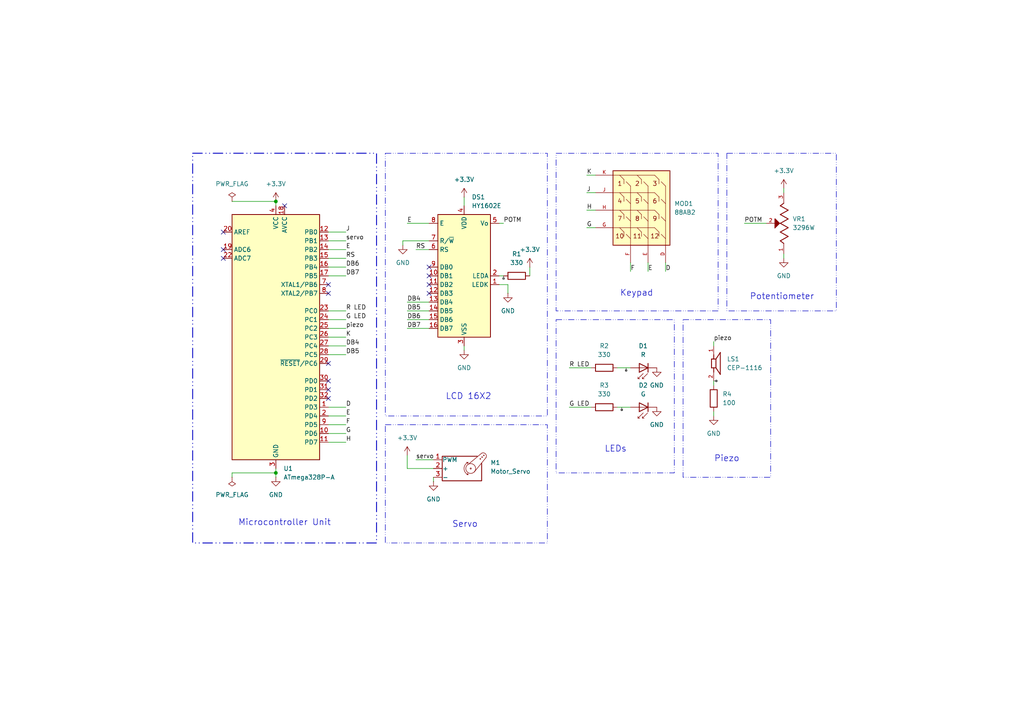
<source format=kicad_sch>
(kicad_sch
	(version 20231120)
	(generator "eeschema")
	(generator_version "8.0")
	(uuid "4806b908-5091-4585-8fa0-30eece00c9cd")
	(paper "A4")
	(title_block
		(title "smart lock")
		(date "2024-06-07")
		(rev "v1")
		(company "kavi")
		(comment 1 "home automation door smart lock")
	)
	(lib_symbols
		(symbol "Device:R"
			(pin_numbers hide)
			(pin_names
				(offset 0)
			)
			(exclude_from_sim no)
			(in_bom yes)
			(on_board yes)
			(property "Reference" "R"
				(at 2.032 0 90)
				(effects
					(font
						(size 1.27 1.27)
					)
				)
			)
			(property "Value" "R"
				(at 0 0 90)
				(effects
					(font
						(size 1.27 1.27)
					)
				)
			)
			(property "Footprint" ""
				(at -1.778 0 90)
				(effects
					(font
						(size 1.27 1.27)
					)
					(hide yes)
				)
			)
			(property "Datasheet" "~"
				(at 0 0 0)
				(effects
					(font
						(size 1.27 1.27)
					)
					(hide yes)
				)
			)
			(property "Description" "Resistor"
				(at 0 0 0)
				(effects
					(font
						(size 1.27 1.27)
					)
					(hide yes)
				)
			)
			(property "ki_keywords" "R res resistor"
				(at 0 0 0)
				(effects
					(font
						(size 1.27 1.27)
					)
					(hide yes)
				)
			)
			(property "ki_fp_filters" "R_*"
				(at 0 0 0)
				(effects
					(font
						(size 1.27 1.27)
					)
					(hide yes)
				)
			)
			(symbol "R_0_1"
				(rectangle
					(start -1.016 -2.54)
					(end 1.016 2.54)
					(stroke
						(width 0.254)
						(type default)
					)
					(fill
						(type none)
					)
				)
			)
			(symbol "R_1_1"
				(pin passive line
					(at 0 3.81 270)
					(length 1.27)
					(name "~"
						(effects
							(font
								(size 1.27 1.27)
							)
						)
					)
					(number "1"
						(effects
							(font
								(size 1.27 1.27)
							)
						)
					)
				)
				(pin passive line
					(at 0 -3.81 90)
					(length 1.27)
					(name "~"
						(effects
							(font
								(size 1.27 1.27)
							)
						)
					)
					(number "2"
						(effects
							(font
								(size 1.27 1.27)
							)
						)
					)
				)
			)
		)
		(symbol "Display_Character:HY1602E"
			(exclude_from_sim no)
			(in_bom yes)
			(on_board yes)
			(property "Reference" "DS"
				(at -6.096 19.05 0)
				(effects
					(font
						(size 1.27 1.27)
					)
				)
			)
			(property "Value" "HY1602E"
				(at 5.08 19.05 0)
				(effects
					(font
						(size 1.27 1.27)
					)
				)
			)
			(property "Footprint" "Display:HY1602E"
				(at 0 -22.86 0)
				(effects
					(font
						(size 1.27 1.27)
						(italic yes)
					)
					(hide yes)
				)
			)
			(property "Datasheet" "http://www.icbank.com/data/ICBShop/board/HY1602E.pdf"
				(at 5.08 2.54 0)
				(effects
					(font
						(size 1.27 1.27)
					)
					(hide yes)
				)
			)
			(property "Description" "LCD 16x2 Alphanumeric 16pin Blue/Yellow/Green Backlight, 8bit parallel, 5V VDD"
				(at 0 0 0)
				(effects
					(font
						(size 1.27 1.27)
					)
					(hide yes)
				)
			)
			(property "ki_keywords" "display LCD 7-segment"
				(at 0 0 0)
				(effects
					(font
						(size 1.27 1.27)
					)
					(hide yes)
				)
			)
			(property "ki_fp_filters" "*HY1602E*"
				(at 0 0 0)
				(effects
					(font
						(size 1.27 1.27)
					)
					(hide yes)
				)
			)
			(symbol "HY1602E_0_1"
				(rectangle
					(start -7.62 17.78)
					(end 7.62 -17.78)
					(stroke
						(width 0.254)
						(type default)
					)
					(fill
						(type background)
					)
				)
			)
			(symbol "HY1602E_1_1"
				(pin passive line
					(at 10.16 -2.54 180)
					(length 2.54)
					(name "LEDK"
						(effects
							(font
								(size 1.27 1.27)
							)
						)
					)
					(number "1"
						(effects
							(font
								(size 1.27 1.27)
							)
						)
					)
				)
				(pin bidirectional line
					(at -10.16 0 0)
					(length 2.54)
					(name "DB1"
						(effects
							(font
								(size 1.27 1.27)
							)
						)
					)
					(number "10"
						(effects
							(font
								(size 1.27 1.27)
							)
						)
					)
				)
				(pin bidirectional line
					(at -10.16 -2.54 0)
					(length 2.54)
					(name "DB2"
						(effects
							(font
								(size 1.27 1.27)
							)
						)
					)
					(number "11"
						(effects
							(font
								(size 1.27 1.27)
							)
						)
					)
				)
				(pin bidirectional line
					(at -10.16 -5.08 0)
					(length 2.54)
					(name "DB3"
						(effects
							(font
								(size 1.27 1.27)
							)
						)
					)
					(number "12"
						(effects
							(font
								(size 1.27 1.27)
							)
						)
					)
				)
				(pin bidirectional line
					(at -10.16 -7.62 0)
					(length 2.54)
					(name "DB4"
						(effects
							(font
								(size 1.27 1.27)
							)
						)
					)
					(number "13"
						(effects
							(font
								(size 1.27 1.27)
							)
						)
					)
				)
				(pin bidirectional line
					(at -10.16 -10.16 0)
					(length 2.54)
					(name "DB5"
						(effects
							(font
								(size 1.27 1.27)
							)
						)
					)
					(number "14"
						(effects
							(font
								(size 1.27 1.27)
							)
						)
					)
				)
				(pin bidirectional line
					(at -10.16 -12.7 0)
					(length 2.54)
					(name "DB6"
						(effects
							(font
								(size 1.27 1.27)
							)
						)
					)
					(number "15"
						(effects
							(font
								(size 1.27 1.27)
							)
						)
					)
				)
				(pin bidirectional line
					(at -10.16 -15.24 0)
					(length 2.54)
					(name "DB7"
						(effects
							(font
								(size 1.27 1.27)
							)
						)
					)
					(number "16"
						(effects
							(font
								(size 1.27 1.27)
							)
						)
					)
				)
				(pin passive line
					(at 10.16 0 180)
					(length 2.54)
					(name "LEDA"
						(effects
							(font
								(size 1.27 1.27)
							)
						)
					)
					(number "2"
						(effects
							(font
								(size 1.27 1.27)
							)
						)
					)
				)
				(pin power_in line
					(at 0 -20.32 90)
					(length 2.54)
					(name "VSS"
						(effects
							(font
								(size 1.27 1.27)
							)
						)
					)
					(number "3"
						(effects
							(font
								(size 1.27 1.27)
							)
						)
					)
				)
				(pin power_in line
					(at 0 20.32 270)
					(length 2.54)
					(name "VDD"
						(effects
							(font
								(size 1.27 1.27)
							)
						)
					)
					(number "4"
						(effects
							(font
								(size 1.27 1.27)
							)
						)
					)
				)
				(pin input line
					(at 10.16 15.24 180)
					(length 2.54)
					(name "Vo"
						(effects
							(font
								(size 1.27 1.27)
							)
						)
					)
					(number "5"
						(effects
							(font
								(size 1.27 1.27)
							)
						)
					)
				)
				(pin input line
					(at -10.16 7.62 0)
					(length 2.54)
					(name "RS"
						(effects
							(font
								(size 1.27 1.27)
							)
						)
					)
					(number "6"
						(effects
							(font
								(size 1.27 1.27)
							)
						)
					)
				)
				(pin input line
					(at -10.16 10.16 0)
					(length 2.54)
					(name "R/~{W}"
						(effects
							(font
								(size 1.27 1.27)
							)
						)
					)
					(number "7"
						(effects
							(font
								(size 1.27 1.27)
							)
						)
					)
				)
				(pin input line
					(at -10.16 15.24 0)
					(length 2.54)
					(name "E"
						(effects
							(font
								(size 1.27 1.27)
							)
						)
					)
					(number "8"
						(effects
							(font
								(size 1.27 1.27)
							)
						)
					)
				)
				(pin bidirectional line
					(at -10.16 2.54 0)
					(length 2.54)
					(name "DB0"
						(effects
							(font
								(size 1.27 1.27)
							)
						)
					)
					(number "9"
						(effects
							(font
								(size 1.27 1.27)
							)
						)
					)
				)
			)
		)
		(symbol "LED:SFH460"
			(pin_numbers hide)
			(pin_names
				(offset 1.016) hide)
			(exclude_from_sim no)
			(in_bom yes)
			(on_board yes)
			(property "Reference" "D"
				(at 0.508 1.778 0)
				(effects
					(font
						(size 1.27 1.27)
					)
					(justify left)
				)
			)
			(property "Value" "SFH460"
				(at -1.016 -2.794 0)
				(effects
					(font
						(size 1.27 1.27)
					)
				)
			)
			(property "Footprint" "Package_TO_SOT_THT:TO-18-2_Window"
				(at 0 4.445 0)
				(effects
					(font
						(size 1.27 1.27)
					)
					(hide yes)
				)
			)
			(property "Datasheet" "http://www.osram-os.com/Graphics/XPic6/00029609_0.pdf/SFh%20460.pdf"
				(at -1.27 0 0)
				(effects
					(font
						(size 1.27 1.27)
					)
					(hide yes)
				)
			)
			(property "Description" "GaAlAs Infrared LED, TO-18 package"
				(at 0 0 0)
				(effects
					(font
						(size 1.27 1.27)
					)
					(hide yes)
				)
			)
			(property "ki_keywords" "opto IR LED"
				(at 0 0 0)
				(effects
					(font
						(size 1.27 1.27)
					)
					(hide yes)
				)
			)
			(property "ki_fp_filters" "TO?18*Window*"
				(at 0 0 0)
				(effects
					(font
						(size 1.27 1.27)
					)
					(hide yes)
				)
			)
			(symbol "SFH460_0_1"
				(polyline
					(pts
						(xy -2.54 1.27) (xy -2.54 -1.27)
					)
					(stroke
						(width 0.254)
						(type default)
					)
					(fill
						(type none)
					)
				)
				(polyline
					(pts
						(xy 0 0) (xy -2.54 0)
					)
					(stroke
						(width 0)
						(type default)
					)
					(fill
						(type none)
					)
				)
				(polyline
					(pts
						(xy 0.381 3.175) (xy -0.127 3.175)
					)
					(stroke
						(width 0)
						(type default)
					)
					(fill
						(type none)
					)
				)
				(polyline
					(pts
						(xy -1.143 1.651) (xy 0.381 3.175) (xy 0.381 2.667)
					)
					(stroke
						(width 0)
						(type default)
					)
					(fill
						(type none)
					)
				)
				(polyline
					(pts
						(xy 0 1.27) (xy 0 -1.27) (xy -2.54 0) (xy 0 1.27)
					)
					(stroke
						(width 0.254)
						(type default)
					)
					(fill
						(type none)
					)
				)
				(polyline
					(pts
						(xy -2.413 1.651) (xy -0.889 3.175) (xy -0.889 2.667) (xy -0.889 3.175) (xy -1.397 3.175)
					)
					(stroke
						(width 0)
						(type default)
					)
					(fill
						(type none)
					)
				)
			)
			(symbol "SFH460_1_1"
				(pin passive line
					(at -5.08 0 0)
					(length 2.54)
					(name "K"
						(effects
							(font
								(size 1.27 1.27)
							)
						)
					)
					(number "1"
						(effects
							(font
								(size 1.27 1.27)
							)
						)
					)
				)
				(pin passive line
					(at 2.54 0 180)
					(length 2.54)
					(name "A"
						(effects
							(font
								(size 1.27 1.27)
							)
						)
					)
					(number "2"
						(effects
							(font
								(size 1.27 1.27)
							)
						)
					)
				)
			)
		)
		(symbol "MCU_Microchip_ATmega:ATmega328P-A"
			(exclude_from_sim no)
			(in_bom yes)
			(on_board yes)
			(property "Reference" "U"
				(at -12.7 36.83 0)
				(effects
					(font
						(size 1.27 1.27)
					)
					(justify left bottom)
				)
			)
			(property "Value" "ATmega328P-A"
				(at 2.54 -36.83 0)
				(effects
					(font
						(size 1.27 1.27)
					)
					(justify left top)
				)
			)
			(property "Footprint" "Package_QFP:TQFP-32_7x7mm_P0.8mm"
				(at 0 0 0)
				(effects
					(font
						(size 1.27 1.27)
						(italic yes)
					)
					(hide yes)
				)
			)
			(property "Datasheet" "http://ww1.microchip.com/downloads/en/DeviceDoc/ATmega328_P%20AVR%20MCU%20with%20picoPower%20Technology%20Data%20Sheet%2040001984A.pdf"
				(at 0 0 0)
				(effects
					(font
						(size 1.27 1.27)
					)
					(hide yes)
				)
			)
			(property "Description" "20MHz, 32kB Flash, 2kB SRAM, 1kB EEPROM, TQFP-32"
				(at 0 0 0)
				(effects
					(font
						(size 1.27 1.27)
					)
					(hide yes)
				)
			)
			(property "ki_keywords" "AVR 8bit Microcontroller MegaAVR PicoPower"
				(at 0 0 0)
				(effects
					(font
						(size 1.27 1.27)
					)
					(hide yes)
				)
			)
			(property "ki_fp_filters" "TQFP*7x7mm*P0.8mm*"
				(at 0 0 0)
				(effects
					(font
						(size 1.27 1.27)
					)
					(hide yes)
				)
			)
			(symbol "ATmega328P-A_0_1"
				(rectangle
					(start -12.7 -35.56)
					(end 12.7 35.56)
					(stroke
						(width 0.254)
						(type default)
					)
					(fill
						(type background)
					)
				)
			)
			(symbol "ATmega328P-A_1_1"
				(pin bidirectional line
					(at 15.24 -20.32 180)
					(length 2.54)
					(name "PD3"
						(effects
							(font
								(size 1.27 1.27)
							)
						)
					)
					(number "1"
						(effects
							(font
								(size 1.27 1.27)
							)
						)
					)
				)
				(pin bidirectional line
					(at 15.24 -27.94 180)
					(length 2.54)
					(name "PD6"
						(effects
							(font
								(size 1.27 1.27)
							)
						)
					)
					(number "10"
						(effects
							(font
								(size 1.27 1.27)
							)
						)
					)
				)
				(pin bidirectional line
					(at 15.24 -30.48 180)
					(length 2.54)
					(name "PD7"
						(effects
							(font
								(size 1.27 1.27)
							)
						)
					)
					(number "11"
						(effects
							(font
								(size 1.27 1.27)
							)
						)
					)
				)
				(pin bidirectional line
					(at 15.24 30.48 180)
					(length 2.54)
					(name "PB0"
						(effects
							(font
								(size 1.27 1.27)
							)
						)
					)
					(number "12"
						(effects
							(font
								(size 1.27 1.27)
							)
						)
					)
				)
				(pin bidirectional line
					(at 15.24 27.94 180)
					(length 2.54)
					(name "PB1"
						(effects
							(font
								(size 1.27 1.27)
							)
						)
					)
					(number "13"
						(effects
							(font
								(size 1.27 1.27)
							)
						)
					)
				)
				(pin bidirectional line
					(at 15.24 25.4 180)
					(length 2.54)
					(name "PB2"
						(effects
							(font
								(size 1.27 1.27)
							)
						)
					)
					(number "14"
						(effects
							(font
								(size 1.27 1.27)
							)
						)
					)
				)
				(pin bidirectional line
					(at 15.24 22.86 180)
					(length 2.54)
					(name "PB3"
						(effects
							(font
								(size 1.27 1.27)
							)
						)
					)
					(number "15"
						(effects
							(font
								(size 1.27 1.27)
							)
						)
					)
				)
				(pin bidirectional line
					(at 15.24 20.32 180)
					(length 2.54)
					(name "PB4"
						(effects
							(font
								(size 1.27 1.27)
							)
						)
					)
					(number "16"
						(effects
							(font
								(size 1.27 1.27)
							)
						)
					)
				)
				(pin bidirectional line
					(at 15.24 17.78 180)
					(length 2.54)
					(name "PB5"
						(effects
							(font
								(size 1.27 1.27)
							)
						)
					)
					(number "17"
						(effects
							(font
								(size 1.27 1.27)
							)
						)
					)
				)
				(pin power_in line
					(at 2.54 38.1 270)
					(length 2.54)
					(name "AVCC"
						(effects
							(font
								(size 1.27 1.27)
							)
						)
					)
					(number "18"
						(effects
							(font
								(size 1.27 1.27)
							)
						)
					)
				)
				(pin input line
					(at -15.24 25.4 0)
					(length 2.54)
					(name "ADC6"
						(effects
							(font
								(size 1.27 1.27)
							)
						)
					)
					(number "19"
						(effects
							(font
								(size 1.27 1.27)
							)
						)
					)
				)
				(pin bidirectional line
					(at 15.24 -22.86 180)
					(length 2.54)
					(name "PD4"
						(effects
							(font
								(size 1.27 1.27)
							)
						)
					)
					(number "2"
						(effects
							(font
								(size 1.27 1.27)
							)
						)
					)
				)
				(pin passive line
					(at -15.24 30.48 0)
					(length 2.54)
					(name "AREF"
						(effects
							(font
								(size 1.27 1.27)
							)
						)
					)
					(number "20"
						(effects
							(font
								(size 1.27 1.27)
							)
						)
					)
				)
				(pin passive line
					(at 0 -38.1 90)
					(length 2.54) hide
					(name "GND"
						(effects
							(font
								(size 1.27 1.27)
							)
						)
					)
					(number "21"
						(effects
							(font
								(size 1.27 1.27)
							)
						)
					)
				)
				(pin input line
					(at -15.24 22.86 0)
					(length 2.54)
					(name "ADC7"
						(effects
							(font
								(size 1.27 1.27)
							)
						)
					)
					(number "22"
						(effects
							(font
								(size 1.27 1.27)
							)
						)
					)
				)
				(pin bidirectional line
					(at 15.24 7.62 180)
					(length 2.54)
					(name "PC0"
						(effects
							(font
								(size 1.27 1.27)
							)
						)
					)
					(number "23"
						(effects
							(font
								(size 1.27 1.27)
							)
						)
					)
				)
				(pin bidirectional line
					(at 15.24 5.08 180)
					(length 2.54)
					(name "PC1"
						(effects
							(font
								(size 1.27 1.27)
							)
						)
					)
					(number "24"
						(effects
							(font
								(size 1.27 1.27)
							)
						)
					)
				)
				(pin bidirectional line
					(at 15.24 2.54 180)
					(length 2.54)
					(name "PC2"
						(effects
							(font
								(size 1.27 1.27)
							)
						)
					)
					(number "25"
						(effects
							(font
								(size 1.27 1.27)
							)
						)
					)
				)
				(pin bidirectional line
					(at 15.24 0 180)
					(length 2.54)
					(name "PC3"
						(effects
							(font
								(size 1.27 1.27)
							)
						)
					)
					(number "26"
						(effects
							(font
								(size 1.27 1.27)
							)
						)
					)
				)
				(pin bidirectional line
					(at 15.24 -2.54 180)
					(length 2.54)
					(name "PC4"
						(effects
							(font
								(size 1.27 1.27)
							)
						)
					)
					(number "27"
						(effects
							(font
								(size 1.27 1.27)
							)
						)
					)
				)
				(pin bidirectional line
					(at 15.24 -5.08 180)
					(length 2.54)
					(name "PC5"
						(effects
							(font
								(size 1.27 1.27)
							)
						)
					)
					(number "28"
						(effects
							(font
								(size 1.27 1.27)
							)
						)
					)
				)
				(pin bidirectional line
					(at 15.24 -7.62 180)
					(length 2.54)
					(name "~{RESET}/PC6"
						(effects
							(font
								(size 1.27 1.27)
							)
						)
					)
					(number "29"
						(effects
							(font
								(size 1.27 1.27)
							)
						)
					)
				)
				(pin power_in line
					(at 0 -38.1 90)
					(length 2.54)
					(name "GND"
						(effects
							(font
								(size 1.27 1.27)
							)
						)
					)
					(number "3"
						(effects
							(font
								(size 1.27 1.27)
							)
						)
					)
				)
				(pin bidirectional line
					(at 15.24 -12.7 180)
					(length 2.54)
					(name "PD0"
						(effects
							(font
								(size 1.27 1.27)
							)
						)
					)
					(number "30"
						(effects
							(font
								(size 1.27 1.27)
							)
						)
					)
				)
				(pin bidirectional line
					(at 15.24 -15.24 180)
					(length 2.54)
					(name "PD1"
						(effects
							(font
								(size 1.27 1.27)
							)
						)
					)
					(number "31"
						(effects
							(font
								(size 1.27 1.27)
							)
						)
					)
				)
				(pin bidirectional line
					(at 15.24 -17.78 180)
					(length 2.54)
					(name "PD2"
						(effects
							(font
								(size 1.27 1.27)
							)
						)
					)
					(number "32"
						(effects
							(font
								(size 1.27 1.27)
							)
						)
					)
				)
				(pin power_in line
					(at 0 38.1 270)
					(length 2.54)
					(name "VCC"
						(effects
							(font
								(size 1.27 1.27)
							)
						)
					)
					(number "4"
						(effects
							(font
								(size 1.27 1.27)
							)
						)
					)
				)
				(pin passive line
					(at 0 -38.1 90)
					(length 2.54) hide
					(name "GND"
						(effects
							(font
								(size 1.27 1.27)
							)
						)
					)
					(number "5"
						(effects
							(font
								(size 1.27 1.27)
							)
						)
					)
				)
				(pin passive line
					(at 0 38.1 270)
					(length 2.54) hide
					(name "VCC"
						(effects
							(font
								(size 1.27 1.27)
							)
						)
					)
					(number "6"
						(effects
							(font
								(size 1.27 1.27)
							)
						)
					)
				)
				(pin bidirectional line
					(at 15.24 15.24 180)
					(length 2.54)
					(name "XTAL1/PB6"
						(effects
							(font
								(size 1.27 1.27)
							)
						)
					)
					(number "7"
						(effects
							(font
								(size 1.27 1.27)
							)
						)
					)
				)
				(pin bidirectional line
					(at 15.24 12.7 180)
					(length 2.54)
					(name "XTAL2/PB7"
						(effects
							(font
								(size 1.27 1.27)
							)
						)
					)
					(number "8"
						(effects
							(font
								(size 1.27 1.27)
							)
						)
					)
				)
				(pin bidirectional line
					(at 15.24 -25.4 180)
					(length 2.54)
					(name "PD5"
						(effects
							(font
								(size 1.27 1.27)
							)
						)
					)
					(number "9"
						(effects
							(font
								(size 1.27 1.27)
							)
						)
					)
				)
			)
		)
		(symbol "Motor:Motor_Servo"
			(pin_names
				(offset 0.0254)
			)
			(exclude_from_sim no)
			(in_bom yes)
			(on_board yes)
			(property "Reference" "M"
				(at -5.08 4.445 0)
				(effects
					(font
						(size 1.27 1.27)
					)
					(justify left)
				)
			)
			(property "Value" "Motor_Servo"
				(at -5.08 -4.064 0)
				(effects
					(font
						(size 1.27 1.27)
					)
					(justify left top)
				)
			)
			(property "Footprint" ""
				(at 0 -4.826 0)
				(effects
					(font
						(size 1.27 1.27)
					)
					(hide yes)
				)
			)
			(property "Datasheet" "http://forums.parallax.com/uploads/attachments/46831/74481.png"
				(at 0 -4.826 0)
				(effects
					(font
						(size 1.27 1.27)
					)
					(hide yes)
				)
			)
			(property "Description" "Servo Motor (Futaba, HiTec, JR connector)"
				(at 0 0 0)
				(effects
					(font
						(size 1.27 1.27)
					)
					(hide yes)
				)
			)
			(property "ki_keywords" "Servo Motor"
				(at 0 0 0)
				(effects
					(font
						(size 1.27 1.27)
					)
					(hide yes)
				)
			)
			(property "ki_fp_filters" "PinHeader*P2.54mm*"
				(at 0 0 0)
				(effects
					(font
						(size 1.27 1.27)
					)
					(hide yes)
				)
			)
			(symbol "Motor_Servo_0_1"
				(polyline
					(pts
						(xy 2.413 -1.778) (xy 2.032 -1.778)
					)
					(stroke
						(width 0)
						(type default)
					)
					(fill
						(type none)
					)
				)
				(polyline
					(pts
						(xy 2.413 -1.778) (xy 2.286 -1.397)
					)
					(stroke
						(width 0)
						(type default)
					)
					(fill
						(type none)
					)
				)
				(polyline
					(pts
						(xy 2.413 1.778) (xy 1.905 1.778)
					)
					(stroke
						(width 0)
						(type default)
					)
					(fill
						(type none)
					)
				)
				(polyline
					(pts
						(xy 2.413 1.778) (xy 2.286 1.397)
					)
					(stroke
						(width 0)
						(type default)
					)
					(fill
						(type none)
					)
				)
				(polyline
					(pts
						(xy 6.35 4.445) (xy 2.54 1.27)
					)
					(stroke
						(width 0)
						(type default)
					)
					(fill
						(type none)
					)
				)
				(polyline
					(pts
						(xy 7.62 3.175) (xy 4.191 -1.016)
					)
					(stroke
						(width 0)
						(type default)
					)
					(fill
						(type none)
					)
				)
				(polyline
					(pts
						(xy 5.08 3.556) (xy -5.08 3.556) (xy -5.08 -3.556) (xy 6.35 -3.556) (xy 6.35 1.524)
					)
					(stroke
						(width 0.254)
						(type default)
					)
					(fill
						(type none)
					)
				)
				(arc
					(start 2.413 1.778)
					(mid 1.2406 0)
					(end 2.413 -1.778)
					(stroke
						(width 0)
						(type default)
					)
					(fill
						(type none)
					)
				)
				(circle
					(center 3.175 0)
					(radius 0.1778)
					(stroke
						(width 0)
						(type default)
					)
					(fill
						(type none)
					)
				)
				(circle
					(center 3.175 0)
					(radius 1.4224)
					(stroke
						(width 0)
						(type default)
					)
					(fill
						(type none)
					)
				)
				(circle
					(center 5.969 2.794)
					(radius 0.127)
					(stroke
						(width 0)
						(type default)
					)
					(fill
						(type none)
					)
				)
				(circle
					(center 6.477 3.302)
					(radius 0.127)
					(stroke
						(width 0)
						(type default)
					)
					(fill
						(type none)
					)
				)
				(circle
					(center 6.985 3.81)
					(radius 0.127)
					(stroke
						(width 0)
						(type default)
					)
					(fill
						(type none)
					)
				)
				(arc
					(start 7.62 3.175)
					(mid 7.4485 4.2735)
					(end 6.35 4.445)
					(stroke
						(width 0)
						(type default)
					)
					(fill
						(type none)
					)
				)
			)
			(symbol "Motor_Servo_1_1"
				(pin passive line
					(at -7.62 2.54 0)
					(length 2.54)
					(name "PWM"
						(effects
							(font
								(size 1.27 1.27)
							)
						)
					)
					(number "1"
						(effects
							(font
								(size 1.27 1.27)
							)
						)
					)
				)
				(pin passive line
					(at -7.62 0 0)
					(length 2.54)
					(name "+"
						(effects
							(font
								(size 1.27 1.27)
							)
						)
					)
					(number "2"
						(effects
							(font
								(size 1.27 1.27)
							)
						)
					)
				)
				(pin passive line
					(at -7.62 -2.54 0)
					(length 2.54)
					(name "-"
						(effects
							(font
								(size 1.27 1.27)
							)
						)
					)
					(number "3"
						(effects
							(font
								(size 1.27 1.27)
							)
						)
					)
				)
			)
		)
		(symbol "keypad 3x4:88AB2"
			(pin_names
				(offset 1.016)
			)
			(exclude_from_sim no)
			(in_bom yes)
			(on_board yes)
			(property "Reference" "MOD"
				(at -7.62 12.7 0)
				(effects
					(font
						(size 1.27 1.27)
					)
					(justify left bottom)
				)
			)
			(property "Value" "88AB2"
				(at 10.16 -10.16 0)
				(effects
					(font
						(size 1.27 1.27)
					)
					(justify left bottom)
				)
			)
			(property "Footprint" "88AB2:KEYPAD-3X4-REAR-MOUNT"
				(at 0 0 0)
				(effects
					(font
						(size 1.27 1.27)
					)
					(justify bottom)
					(hide yes)
				)
			)
			(property "Datasheet" ""
				(at 0 0 0)
				(effects
					(font
						(size 1.27 1.27)
					)
					(hide yes)
				)
			)
			(property "Description" ""
				(at 0 0 0)
				(effects
					(font
						(size 1.27 1.27)
					)
					(hide yes)
				)
			)
			(property "MF" "Grayhill"
				(at 0 0 0)
				(effects
					(font
						(size 1.27 1.27)
					)
					(justify bottom)
					(hide yes)
				)
			)
			(property "Description_1" "\nKeypad, 3 x 4 in., Blank | Grayhill 88AB2\n"
				(at 0 0 0)
				(effects
					(font
						(size 1.27 1.27)
					)
					(justify bottom)
					(hide yes)
				)
			)
			(property "Package" "None"
				(at 0 0 0)
				(effects
					(font
						(size 1.27 1.27)
					)
					(justify bottom)
					(hide yes)
				)
			)
			(property "Price" "None"
				(at 0 0 0)
				(effects
					(font
						(size 1.27 1.27)
					)
					(justify bottom)
					(hide yes)
				)
			)
			(property "SnapEDA_Link" "https://www.snapeda.com/parts/88AB2/Grayhill/view-part/?ref=snap"
				(at 0 0 0)
				(effects
					(font
						(size 1.27 1.27)
					)
					(justify bottom)
					(hide yes)
				)
			)
			(property "MP" "88AB2"
				(at 0 0 0)
				(effects
					(font
						(size 1.27 1.27)
					)
					(justify bottom)
					(hide yes)
				)
			)
			(property "Availability" "In Stock"
				(at 0 0 0)
				(effects
					(font
						(size 1.27 1.27)
					)
					(justify bottom)
					(hide yes)
				)
			)
			(property "Check_prices" "https://www.snapeda.com/parts/88AB2/Grayhill/view-part/?ref=eda"
				(at 0 0 0)
				(effects
					(font
						(size 1.27 1.27)
					)
					(justify bottom)
					(hide yes)
				)
			)
			(symbol "88AB2_0_0"
				(rectangle
					(start -7.62 -10.16)
					(end 8.89 11.43)
					(stroke
						(width 0.254)
						(type default)
					)
					(fill
						(type background)
					)
				)
				(polyline
					(pts
						(xy -7.62 -5.08) (xy 4.445 -5.08)
					)
					(stroke
						(width 0.127)
						(type default)
					)
					(fill
						(type none)
					)
				)
				(polyline
					(pts
						(xy -7.62 0) (xy 4.445 0)
					)
					(stroke
						(width 0.127)
						(type default)
					)
					(fill
						(type none)
					)
				)
				(polyline
					(pts
						(xy -7.62 5.08) (xy 4.445 5.08)
					)
					(stroke
						(width 0.127)
						(type default)
					)
					(fill
						(type none)
					)
				)
				(polyline
					(pts
						(xy -7.62 10.16) (xy 4.445 10.16)
					)
					(stroke
						(width 0.127)
						(type default)
					)
					(fill
						(type none)
					)
				)
				(polyline
					(pts
						(xy -5.715 -5.08) (xy -4.445 -6.35)
					)
					(stroke
						(width 0.127)
						(type default)
					)
					(fill
						(type none)
					)
				)
				(polyline
					(pts
						(xy -5.715 0) (xy -4.445 -1.27)
					)
					(stroke
						(width 0.127)
						(type default)
					)
					(fill
						(type none)
					)
				)
				(polyline
					(pts
						(xy -5.715 5.08) (xy -4.445 3.81)
					)
					(stroke
						(width 0.127)
						(type default)
					)
					(fill
						(type none)
					)
				)
				(polyline
					(pts
						(xy -5.715 10.16) (xy -4.445 8.89)
					)
					(stroke
						(width 0.127)
						(type default)
					)
					(fill
						(type none)
					)
				)
				(polyline
					(pts
						(xy -4.445 -6.35) (xy -4.445 -7.62)
					)
					(stroke
						(width 0.127)
						(type default)
					)
					(fill
						(type none)
					)
				)
				(polyline
					(pts
						(xy -4.445 -1.27) (xy -4.445 -2.54)
					)
					(stroke
						(width 0.127)
						(type default)
					)
					(fill
						(type none)
					)
				)
				(polyline
					(pts
						(xy -4.445 3.81) (xy -4.445 2.54)
					)
					(stroke
						(width 0.127)
						(type default)
					)
					(fill
						(type none)
					)
				)
				(polyline
					(pts
						(xy -4.445 8.89) (xy -4.445 7.62)
					)
					(stroke
						(width 0.127)
						(type default)
					)
					(fill
						(type none)
					)
				)
				(polyline
					(pts
						(xy -2.54 -8.255) (xy -3.81 -6.985)
					)
					(stroke
						(width 0.127)
						(type default)
					)
					(fill
						(type none)
					)
				)
				(polyline
					(pts
						(xy -2.54 -3.175) (xy -3.81 -1.905)
					)
					(stroke
						(width 0.127)
						(type default)
					)
					(fill
						(type none)
					)
				)
				(polyline
					(pts
						(xy -2.54 1.905) (xy -3.81 3.175)
					)
					(stroke
						(width 0.127)
						(type default)
					)
					(fill
						(type none)
					)
				)
				(polyline
					(pts
						(xy -2.54 6.985) (xy -3.81 8.255)
					)
					(stroke
						(width 0.127)
						(type default)
					)
					(fill
						(type none)
					)
				)
				(polyline
					(pts
						(xy -2.54 6.985) (xy -2.54 -10.16)
					)
					(stroke
						(width 0.127)
						(type default)
					)
					(fill
						(type none)
					)
				)
				(polyline
					(pts
						(xy -0.635 -5.08) (xy 0.635 -6.35)
					)
					(stroke
						(width 0.127)
						(type default)
					)
					(fill
						(type none)
					)
				)
				(polyline
					(pts
						(xy -0.635 0) (xy 0.635 -1.27)
					)
					(stroke
						(width 0.127)
						(type default)
					)
					(fill
						(type none)
					)
				)
				(polyline
					(pts
						(xy -0.635 5.08) (xy 0.635 3.81)
					)
					(stroke
						(width 0.127)
						(type default)
					)
					(fill
						(type none)
					)
				)
				(polyline
					(pts
						(xy -0.635 10.16) (xy 0.635 8.89)
					)
					(stroke
						(width 0.127)
						(type default)
					)
					(fill
						(type none)
					)
				)
				(polyline
					(pts
						(xy 0.635 -6.35) (xy 0.635 -7.62)
					)
					(stroke
						(width 0.127)
						(type default)
					)
					(fill
						(type none)
					)
				)
				(polyline
					(pts
						(xy 0.635 -1.27) (xy 0.635 -2.54)
					)
					(stroke
						(width 0.127)
						(type default)
					)
					(fill
						(type none)
					)
				)
				(polyline
					(pts
						(xy 0.635 3.81) (xy 0.635 2.54)
					)
					(stroke
						(width 0.127)
						(type default)
					)
					(fill
						(type none)
					)
				)
				(polyline
					(pts
						(xy 0.635 8.89) (xy 0.635 7.62)
					)
					(stroke
						(width 0.127)
						(type default)
					)
					(fill
						(type none)
					)
				)
				(polyline
					(pts
						(xy 2.54 -8.255) (xy 1.27 -6.985)
					)
					(stroke
						(width 0.127)
						(type default)
					)
					(fill
						(type none)
					)
				)
				(polyline
					(pts
						(xy 2.54 -3.175) (xy 1.27 -1.905)
					)
					(stroke
						(width 0.127)
						(type default)
					)
					(fill
						(type none)
					)
				)
				(polyline
					(pts
						(xy 2.54 1.905) (xy 1.27 3.175)
					)
					(stroke
						(width 0.127)
						(type default)
					)
					(fill
						(type none)
					)
				)
				(polyline
					(pts
						(xy 2.54 6.985) (xy 1.27 8.255)
					)
					(stroke
						(width 0.127)
						(type default)
					)
					(fill
						(type none)
					)
				)
				(polyline
					(pts
						(xy 2.54 6.985) (xy 2.54 -10.16)
					)
					(stroke
						(width 0.127)
						(type default)
					)
					(fill
						(type none)
					)
				)
				(polyline
					(pts
						(xy 4.445 -5.08) (xy 5.715 -6.35)
					)
					(stroke
						(width 0.127)
						(type default)
					)
					(fill
						(type none)
					)
				)
				(polyline
					(pts
						(xy 4.445 0) (xy 5.715 -1.27)
					)
					(stroke
						(width 0.127)
						(type default)
					)
					(fill
						(type none)
					)
				)
				(polyline
					(pts
						(xy 4.445 5.08) (xy 5.715 3.81)
					)
					(stroke
						(width 0.127)
						(type default)
					)
					(fill
						(type none)
					)
				)
				(polyline
					(pts
						(xy 4.445 10.16) (xy 5.715 8.89)
					)
					(stroke
						(width 0.127)
						(type default)
					)
					(fill
						(type none)
					)
				)
				(polyline
					(pts
						(xy 5.715 -6.35) (xy 5.715 -7.62)
					)
					(stroke
						(width 0.127)
						(type default)
					)
					(fill
						(type none)
					)
				)
				(polyline
					(pts
						(xy 5.715 -1.27) (xy 5.715 -2.54)
					)
					(stroke
						(width 0.127)
						(type default)
					)
					(fill
						(type none)
					)
				)
				(polyline
					(pts
						(xy 5.715 3.81) (xy 5.715 2.54)
					)
					(stroke
						(width 0.127)
						(type default)
					)
					(fill
						(type none)
					)
				)
				(polyline
					(pts
						(xy 5.715 8.89) (xy 5.715 7.62)
					)
					(stroke
						(width 0.127)
						(type default)
					)
					(fill
						(type none)
					)
				)
				(polyline
					(pts
						(xy 7.62 -8.255) (xy 6.35 -6.985)
					)
					(stroke
						(width 0.127)
						(type default)
					)
					(fill
						(type none)
					)
				)
				(polyline
					(pts
						(xy 7.62 -3.175) (xy 6.35 -1.905)
					)
					(stroke
						(width 0.127)
						(type default)
					)
					(fill
						(type none)
					)
				)
				(polyline
					(pts
						(xy 7.62 1.905) (xy 6.35 3.175)
					)
					(stroke
						(width 0.127)
						(type default)
					)
					(fill
						(type none)
					)
				)
				(polyline
					(pts
						(xy 7.62 6.985) (xy 6.35 8.255)
					)
					(stroke
						(width 0.127)
						(type default)
					)
					(fill
						(type none)
					)
				)
				(polyline
					(pts
						(xy 7.62 6.985) (xy 7.62 -10.16)
					)
					(stroke
						(width 0.127)
						(type default)
					)
					(fill
						(type none)
					)
				)
				(text "1"
					(at -6.35 6.985 0)
					(effects
						(font
							(size 1.27 1.27)
						)
						(justify left bottom)
					)
				)
				(text "10"
					(at -6.985 -8.255 0)
					(effects
						(font
							(size 1.27 1.27)
						)
						(justify left bottom)
					)
				)
				(text "11"
					(at -1.905 -8.255 0)
					(effects
						(font
							(size 1.27 1.27)
						)
						(justify left bottom)
					)
				)
				(text "12"
					(at 3.175 -8.255 0)
					(effects
						(font
							(size 1.27 1.27)
						)
						(justify left bottom)
					)
				)
				(text "2"
					(at -1.27 6.985 0)
					(effects
						(font
							(size 1.27 1.27)
						)
						(justify left bottom)
					)
				)
				(text "3"
					(at 3.81 6.985 0)
					(effects
						(font
							(size 1.27 1.27)
						)
						(justify left bottom)
					)
				)
				(text "4"
					(at -6.35 1.905 0)
					(effects
						(font
							(size 1.27 1.27)
						)
						(justify left bottom)
					)
				)
				(text "5"
					(at -1.27 1.905 0)
					(effects
						(font
							(size 1.27 1.27)
						)
						(justify left bottom)
					)
				)
				(text "6"
					(at 3.81 1.905 0)
					(effects
						(font
							(size 1.27 1.27)
						)
						(justify left bottom)
					)
				)
				(text "7"
					(at -6.35 -3.175 0)
					(effects
						(font
							(size 1.27 1.27)
						)
						(justify left bottom)
					)
				)
				(text "8"
					(at -1.27 -3.175 0)
					(effects
						(font
							(size 1.27 1.27)
						)
						(justify left bottom)
					)
				)
				(text "9"
					(at 3.81 -3.175 0)
					(effects
						(font
							(size 1.27 1.27)
						)
						(justify left bottom)
					)
				)
				(pin passive line
					(at 7.62 -15.24 90)
					(length 5.08)
					(name "~"
						(effects
							(font
								(size 1.016 1.016)
							)
						)
					)
					(number "D"
						(effects
							(font
								(size 1.016 1.016)
							)
						)
					)
				)
				(pin passive line
					(at 2.54 -15.24 90)
					(length 5.08)
					(name "~"
						(effects
							(font
								(size 1.016 1.016)
							)
						)
					)
					(number "E"
						(effects
							(font
								(size 1.016 1.016)
							)
						)
					)
				)
				(pin passive line
					(at -2.54 -15.24 90)
					(length 5.08)
					(name "~"
						(effects
							(font
								(size 1.016 1.016)
							)
						)
					)
					(number "F"
						(effects
							(font
								(size 1.016 1.016)
							)
						)
					)
				)
				(pin passive line
					(at -12.7 -5.08 0)
					(length 5.08)
					(name "~"
						(effects
							(font
								(size 1.016 1.016)
							)
						)
					)
					(number "G"
						(effects
							(font
								(size 1.016 1.016)
							)
						)
					)
				)
				(pin passive line
					(at -12.7 0 0)
					(length 5.08)
					(name "~"
						(effects
							(font
								(size 1.016 1.016)
							)
						)
					)
					(number "H"
						(effects
							(font
								(size 1.016 1.016)
							)
						)
					)
				)
				(pin passive line
					(at -12.7 5.08 0)
					(length 5.08)
					(name "~"
						(effects
							(font
								(size 1.016 1.016)
							)
						)
					)
					(number "J"
						(effects
							(font
								(size 1.016 1.016)
							)
						)
					)
				)
				(pin passive line
					(at -12.7 10.16 0)
					(length 5.08)
					(name "~"
						(effects
							(font
								(size 1.016 1.016)
							)
						)
					)
					(number "K"
						(effects
							(font
								(size 1.016 1.016)
							)
						)
					)
				)
			)
		)
		(symbol "piezo:CEP-1116"
			(pin_names
				(offset 1.016)
			)
			(exclude_from_sim no)
			(in_bom yes)
			(on_board yes)
			(property "Reference" "LS"
				(at -3.8128 8.8965 0)
				(effects
					(font
						(size 1.27 1.27)
					)
					(justify left bottom)
				)
			)
			(property "Value" "CEP-1116"
				(at -3.8171 -11.4513 0)
				(effects
					(font
						(size 1.27 1.27)
					)
					(justify left bottom)
				)
			)
			(property "Footprint" "CEP-1116:CUI_CEP-1116"
				(at 0 0 0)
				(effects
					(font
						(size 1.27 1.27)
					)
					(justify bottom)
					(hide yes)
				)
			)
			(property "Datasheet" ""
				(at 0 0 0)
				(effects
					(font
						(size 1.27 1.27)
					)
					(hide yes)
				)
			)
			(property "Description" ""
				(at 0 0 0)
				(effects
					(font
						(size 1.27 1.27)
					)
					(hide yes)
				)
			)
			(property "MF" "CUI Devices"
				(at 0 0 0)
				(effects
					(font
						(size 1.27 1.27)
					)
					(justify bottom)
					(hide yes)
				)
			)
			(property "Description_1" "30 mm, 30 V, 93 dB, Through Hole, Piezo Audio Transducer Buzzer"
				(at 0 0 0)
				(effects
					(font
						(size 1.27 1.27)
					)
					(justify bottom)
					(hide yes)
				)
			)
			(property "Package" "None"
				(at 0 0 0)
				(effects
					(font
						(size 1.27 1.27)
					)
					(justify bottom)
					(hide yes)
				)
			)
			(property "Price" "None"
				(at 0 0 0)
				(effects
					(font
						(size 1.27 1.27)
					)
					(justify bottom)
					(hide yes)
				)
			)
			(property "Check_prices" "https://www.snapeda.com/parts/CEP-1116/CUI+Devices/view-part/?ref=eda"
				(at 0 0 0)
				(effects
					(font
						(size 1.27 1.27)
					)
					(justify bottom)
					(hide yes)
				)
			)
			(property "STANDARD" "Manufacturer recommendations"
				(at 0 0 0)
				(effects
					(font
						(size 1.27 1.27)
					)
					(justify bottom)
					(hide yes)
				)
			)
			(property "SnapEDA_Link" "https://www.snapeda.com/parts/CEP-1116/CUI+Devices/view-part/?ref=snap"
				(at 0 0 0)
				(effects
					(font
						(size 1.27 1.27)
					)
					(justify bottom)
					(hide yes)
				)
			)
			(property "MP" "CEP-1116"
				(at 0 0 0)
				(effects
					(font
						(size 1.27 1.27)
					)
					(justify bottom)
					(hide yes)
				)
			)
			(property "CUI_purchase_URL" "https://www.cuidevices.com/product/audio/buzzers/audio-transducers/cep-1116?utm_source=snapeda.com&utm_medium=referral&utm_campaign=snapedaBOM"
				(at 0 0 0)
				(effects
					(font
						(size 1.27 1.27)
					)
					(justify bottom)
					(hide yes)
				)
			)
			(property "Availability" "In Stock"
				(at 0 0 0)
				(effects
					(font
						(size 1.27 1.27)
					)
					(justify bottom)
					(hide yes)
				)
			)
			(property "MANUFACTURER" "CUI INC"
				(at 0 0 0)
				(effects
					(font
						(size 1.27 1.27)
					)
					(justify bottom)
					(hide yes)
				)
			)
			(symbol "CEP-1116_0_0"
				(polyline
					(pts
						(xy -0.635 -1.27) (xy -0.635 1.27)
					)
					(stroke
						(width 0.254)
						(type default)
					)
					(fill
						(type none)
					)
				)
				(polyline
					(pts
						(xy -0.635 1.27) (xy 0 1.27)
					)
					(stroke
						(width 0.254)
						(type default)
					)
					(fill
						(type none)
					)
				)
				(polyline
					(pts
						(xy 0 -1.27) (xy -0.635 -1.27)
					)
					(stroke
						(width 0.254)
						(type default)
					)
					(fill
						(type none)
					)
				)
				(polyline
					(pts
						(xy 0 -1.27) (xy 0 -2.54)
					)
					(stroke
						(width 0.254)
						(type default)
					)
					(fill
						(type none)
					)
				)
				(polyline
					(pts
						(xy 0 1.27) (xy 0 2.54)
					)
					(stroke
						(width 0.254)
						(type default)
					)
					(fill
						(type none)
					)
				)
				(polyline
					(pts
						(xy 0 1.27) (xy 0.635 1.27)
					)
					(stroke
						(width 0.254)
						(type default)
					)
					(fill
						(type none)
					)
				)
				(polyline
					(pts
						(xy 0.635 -1.27) (xy 0 -1.27)
					)
					(stroke
						(width 0.254)
						(type default)
					)
					(fill
						(type none)
					)
				)
				(polyline
					(pts
						(xy 0.635 1.27) (xy 0.635 -1.27)
					)
					(stroke
						(width 0.254)
						(type default)
					)
					(fill
						(type none)
					)
				)
				(polyline
					(pts
						(xy 0.635 1.27) (xy 1.905 3.175)
					)
					(stroke
						(width 0.254)
						(type default)
					)
					(fill
						(type none)
					)
				)
				(polyline
					(pts
						(xy 1.905 -3.175) (xy 0.635 -1.27)
					)
					(stroke
						(width 0.254)
						(type default)
					)
					(fill
						(type none)
					)
				)
				(polyline
					(pts
						(xy 1.905 3.175) (xy 1.905 -3.175)
					)
					(stroke
						(width 0.254)
						(type default)
					)
					(fill
						(type none)
					)
				)
				(pin passive line
					(at 0 5.08 270)
					(length 2.54)
					(name "~"
						(effects
							(font
								(size 1.016 1.016)
							)
						)
					)
					(number "1"
						(effects
							(font
								(size 1.016 1.016)
							)
						)
					)
				)
				(pin passive line
					(at 0 -5.08 90)
					(length 2.54)
					(name "~"
						(effects
							(font
								(size 1.016 1.016)
							)
						)
					)
					(number "2"
						(effects
							(font
								(size 1.016 1.016)
							)
						)
					)
				)
			)
		)
		(symbol "potentiometer-3296W-1-104LF:3296W-1-104LF"
			(pin_names
				(offset 1.016)
			)
			(exclude_from_sim no)
			(in_bom yes)
			(on_board yes)
			(property "Reference" "VR"
				(at -5.0871 10.1742 0)
				(effects
					(font
						(size 1.27 1.27)
					)
					(justify left bottom)
				)
			)
			(property "Value" "3296W-1-104LF"
				(at -5.0926 -5.0926 0)
				(effects
					(font
						(size 1.27 1.27)
					)
					(justify left bottom)
				)
			)
			(property "Footprint" "3296W-1-104LF:TRIM_3296W-1-104LF"
				(at 0 0 0)
				(effects
					(font
						(size 1.27 1.27)
					)
					(justify bottom)
					(hide yes)
				)
			)
			(property "Datasheet" ""
				(at 0 0 0)
				(effects
					(font
						(size 1.27 1.27)
					)
					(hide yes)
				)
			)
			(property "Description" ""
				(at 0 0 0)
				(effects
					(font
						(size 1.27 1.27)
					)
					(hide yes)
				)
			)
			(property "SnapEDA_Link" "https://www.snapeda.com/parts/3296W-1-104LF/Bourns/view-part/?ref=snap"
				(at 0 0 0)
				(effects
					(font
						(size 1.27 1.27)
					)
					(justify bottom)
					(hide yes)
				)
			)
			(property "Purchase-URL" "https://www.snapeda.com/api/url_track_click_mouser/?unipart_id=8100&manufacturer=Bourns&part_name=3296W-1-104LF&search_term=3296 trimmer"
				(at 0 0 0)
				(effects
					(font
						(size 1.27 1.27)
					)
					(justify bottom)
					(hide yes)
				)
			)
			(property "Package" "NON STANDARD-3 Bourns"
				(at 0 0 0)
				(effects
					(font
						(size 1.27 1.27)
					)
					(justify bottom)
					(hide yes)
				)
			)
			(property "Check_prices" "https://www.snapeda.com/parts/3296W-1-104LF/Bourns/view-part/?ref=eda"
				(at 0 0 0)
				(effects
					(font
						(size 1.27 1.27)
					)
					(justify bottom)
					(hide yes)
				)
			)
			(property "STANDARD" "Manufacturer Recommendation"
				(at 0 0 0)
				(effects
					(font
						(size 1.27 1.27)
					)
					(justify bottom)
					(hide yes)
				)
			)
			(property "PARTREV" "05/16"
				(at 0 0 0)
				(effects
					(font
						(size 1.27 1.27)
					)
					(justify bottom)
					(hide yes)
				)
			)
			(property "MF" "Bourns"
				(at 0 0 0)
				(effects
					(font
						(size 1.27 1.27)
					)
					(justify bottom)
					(hide yes)
				)
			)
			(property "MP" "3296W-1-104LF"
				(at 0 0 0)
				(effects
					(font
						(size 1.27 1.27)
					)
					(justify bottom)
					(hide yes)
				)
			)
			(property "Description_1" "\nTrimmer, Cermet, Rest 100 Kilohms, PCB, 25 Turns, Pwr-Rtg 0.5W, 3296 Series | Bourns 3296W-1-104LF\n"
				(at 0 0 0)
				(effects
					(font
						(size 1.27 1.27)
					)
					(justify bottom)
					(hide yes)
				)
			)
			(property "MANUFACTURER" "Bourns"
				(at 0 0 0)
				(effects
					(font
						(size 1.27 1.27)
					)
					(justify bottom)
					(hide yes)
				)
			)
			(symbol "3296W-1-104LF_0_0"
				(polyline
					(pts
						(xy -6.35 0) (xy -5.842 0)
					)
					(stroke
						(width 0.1524)
						(type default)
					)
					(fill
						(type none)
					)
				)
				(polyline
					(pts
						(xy -5.842 0) (xy -5.08 1.016)
					)
					(stroke
						(width 0.254)
						(type default)
					)
					(fill
						(type none)
					)
				)
				(polyline
					(pts
						(xy -5.08 1.016) (xy -3.81 -1.27)
					)
					(stroke
						(width 0.254)
						(type default)
					)
					(fill
						(type none)
					)
				)
				(polyline
					(pts
						(xy -3.81 -1.27) (xy -2.54 1.016)
					)
					(stroke
						(width 0.254)
						(type default)
					)
					(fill
						(type none)
					)
				)
				(polyline
					(pts
						(xy -2.54 1.016) (xy -1.27 -1.27)
					)
					(stroke
						(width 0.254)
						(type default)
					)
					(fill
						(type none)
					)
				)
				(polyline
					(pts
						(xy -1.27 -1.27) (xy 0 1.016)
					)
					(stroke
						(width 0.254)
						(type default)
					)
					(fill
						(type none)
					)
				)
				(polyline
					(pts
						(xy -1.27 2.54) (xy 1.27 2.54)
					)
					(stroke
						(width 0.254)
						(type default)
					)
					(fill
						(type none)
					)
				)
				(polyline
					(pts
						(xy 0 1.016) (xy 1.27 -1.27)
					)
					(stroke
						(width 0.254)
						(type default)
					)
					(fill
						(type none)
					)
				)
				(polyline
					(pts
						(xy 0 1.27) (xy -1.27 2.54)
					)
					(stroke
						(width 0.254)
						(type default)
					)
					(fill
						(type none)
					)
				)
				(polyline
					(pts
						(xy 1.27 -1.27) (xy 2.54 1.016)
					)
					(stroke
						(width 0.254)
						(type default)
					)
					(fill
						(type none)
					)
				)
				(polyline
					(pts
						(xy 1.27 2.54) (xy 0 1.27)
					)
					(stroke
						(width 0.254)
						(type default)
					)
					(fill
						(type none)
					)
				)
				(polyline
					(pts
						(xy 2.54 1.016) (xy 3.81 -1.27)
					)
					(stroke
						(width 0.254)
						(type default)
					)
					(fill
						(type none)
					)
				)
				(polyline
					(pts
						(xy 3.81 -1.27) (xy 5.08 1.016)
					)
					(stroke
						(width 0.254)
						(type default)
					)
					(fill
						(type none)
					)
				)
				(polyline
					(pts
						(xy 5.842 0) (xy 5.08 1.016)
					)
					(stroke
						(width 0.254)
						(type default)
					)
					(fill
						(type none)
					)
				)
				(polyline
					(pts
						(xy 5.842 0) (xy 6.35 0)
					)
					(stroke
						(width 0.1524)
						(type default)
					)
					(fill
						(type none)
					)
				)
				(polyline
					(pts
						(xy -1.27 2.54) (xy 1.27 2.54) (xy 0 1.27) (xy -1.27 2.54)
					)
					(stroke
						(width 0.254)
						(type default)
					)
					(fill
						(type outline)
					)
				)
				(pin passive line
					(at -8.89 0 0)
					(length 2.54)
					(name "~"
						(effects
							(font
								(size 1.016 1.016)
							)
						)
					)
					(number "1"
						(effects
							(font
								(size 1.016 1.016)
							)
						)
					)
				)
				(pin passive line
					(at 0 5.08 270)
					(length 2.54)
					(name "~"
						(effects
							(font
								(size 1.016 1.016)
							)
						)
					)
					(number "2"
						(effects
							(font
								(size 1.016 1.016)
							)
						)
					)
				)
				(pin passive line
					(at 8.89 0 180)
					(length 2.54)
					(name "~"
						(effects
							(font
								(size 1.016 1.016)
							)
						)
					)
					(number "3"
						(effects
							(font
								(size 1.016 1.016)
							)
						)
					)
				)
			)
		)
		(symbol "power:GND"
			(power)
			(pin_numbers hide)
			(pin_names
				(offset 0) hide)
			(exclude_from_sim no)
			(in_bom yes)
			(on_board yes)
			(property "Reference" "#PWR"
				(at 0 -6.35 0)
				(effects
					(font
						(size 1.27 1.27)
					)
					(hide yes)
				)
			)
			(property "Value" "GND"
				(at 0 -3.81 0)
				(effects
					(font
						(size 1.27 1.27)
					)
				)
			)
			(property "Footprint" ""
				(at 0 0 0)
				(effects
					(font
						(size 1.27 1.27)
					)
					(hide yes)
				)
			)
			(property "Datasheet" ""
				(at 0 0 0)
				(effects
					(font
						(size 1.27 1.27)
					)
					(hide yes)
				)
			)
			(property "Description" "Power symbol creates a global label with name \"GND\" , ground"
				(at 0 0 0)
				(effects
					(font
						(size 1.27 1.27)
					)
					(hide yes)
				)
			)
			(property "ki_keywords" "global power"
				(at 0 0 0)
				(effects
					(font
						(size 1.27 1.27)
					)
					(hide yes)
				)
			)
			(symbol "GND_0_1"
				(polyline
					(pts
						(xy 0 0) (xy 0 -1.27) (xy 1.27 -1.27) (xy 0 -2.54) (xy -1.27 -1.27) (xy 0 -1.27)
					)
					(stroke
						(width 0)
						(type default)
					)
					(fill
						(type none)
					)
				)
			)
			(symbol "GND_1_1"
				(pin power_in line
					(at 0 0 270)
					(length 0)
					(name "~"
						(effects
							(font
								(size 1.27 1.27)
							)
						)
					)
					(number "1"
						(effects
							(font
								(size 1.27 1.27)
							)
						)
					)
				)
			)
		)
		(symbol "power:PWR_FLAG"
			(power)
			(pin_numbers hide)
			(pin_names
				(offset 0) hide)
			(exclude_from_sim no)
			(in_bom yes)
			(on_board yes)
			(property "Reference" "#FLG"
				(at 0 1.905 0)
				(effects
					(font
						(size 1.27 1.27)
					)
					(hide yes)
				)
			)
			(property "Value" "PWR_FLAG"
				(at 0 3.81 0)
				(effects
					(font
						(size 1.27 1.27)
					)
				)
			)
			(property "Footprint" ""
				(at 0 0 0)
				(effects
					(font
						(size 1.27 1.27)
					)
					(hide yes)
				)
			)
			(property "Datasheet" "~"
				(at 0 0 0)
				(effects
					(font
						(size 1.27 1.27)
					)
					(hide yes)
				)
			)
			(property "Description" "Special symbol for telling ERC where power comes from"
				(at 0 0 0)
				(effects
					(font
						(size 1.27 1.27)
					)
					(hide yes)
				)
			)
			(property "ki_keywords" "flag power"
				(at 0 0 0)
				(effects
					(font
						(size 1.27 1.27)
					)
					(hide yes)
				)
			)
			(symbol "PWR_FLAG_0_0"
				(pin power_out line
					(at 0 0 90)
					(length 0)
					(name "~"
						(effects
							(font
								(size 1.27 1.27)
							)
						)
					)
					(number "1"
						(effects
							(font
								(size 1.27 1.27)
							)
						)
					)
				)
			)
			(symbol "PWR_FLAG_0_1"
				(polyline
					(pts
						(xy 0 0) (xy 0 1.27) (xy -1.016 1.905) (xy 0 2.54) (xy 1.016 1.905) (xy 0 1.27)
					)
					(stroke
						(width 0)
						(type default)
					)
					(fill
						(type none)
					)
				)
			)
		)
		(symbol "power:VCC"
			(power)
			(pin_numbers hide)
			(pin_names
				(offset 0) hide)
			(exclude_from_sim no)
			(in_bom yes)
			(on_board yes)
			(property "Reference" "#PWR"
				(at 0 -3.81 0)
				(effects
					(font
						(size 1.27 1.27)
					)
					(hide yes)
				)
			)
			(property "Value" "VCC"
				(at 0 3.556 0)
				(effects
					(font
						(size 1.27 1.27)
					)
				)
			)
			(property "Footprint" ""
				(at 0 0 0)
				(effects
					(font
						(size 1.27 1.27)
					)
					(hide yes)
				)
			)
			(property "Datasheet" ""
				(at 0 0 0)
				(effects
					(font
						(size 1.27 1.27)
					)
					(hide yes)
				)
			)
			(property "Description" "Power symbol creates a global label with name \"VCC\""
				(at 0 0 0)
				(effects
					(font
						(size 1.27 1.27)
					)
					(hide yes)
				)
			)
			(property "ki_keywords" "global power"
				(at 0 0 0)
				(effects
					(font
						(size 1.27 1.27)
					)
					(hide yes)
				)
			)
			(symbol "VCC_0_1"
				(polyline
					(pts
						(xy -0.762 1.27) (xy 0 2.54)
					)
					(stroke
						(width 0)
						(type default)
					)
					(fill
						(type none)
					)
				)
				(polyline
					(pts
						(xy 0 0) (xy 0 2.54)
					)
					(stroke
						(width 0)
						(type default)
					)
					(fill
						(type none)
					)
				)
				(polyline
					(pts
						(xy 0 2.54) (xy 0.762 1.27)
					)
					(stroke
						(width 0)
						(type default)
					)
					(fill
						(type none)
					)
				)
			)
			(symbol "VCC_1_1"
				(pin power_in line
					(at 0 0 90)
					(length 0)
					(name "~"
						(effects
							(font
								(size 1.27 1.27)
							)
						)
					)
					(number "1"
						(effects
							(font
								(size 1.27 1.27)
							)
						)
					)
				)
			)
		)
	)
	(junction
		(at 80.01 58.42)
		(diameter 0)
		(color 0 0 0 0)
		(uuid "297daf95-3de4-413a-8751-b790063299a5")
	)
	(junction
		(at 80.01 137.16)
		(diameter 0)
		(color 0 0 0 0)
		(uuid "31ad28ea-8978-4a31-b516-ad91fc2d25de")
	)
	(no_connect
		(at 95.25 85.09)
		(uuid "03cf7fb8-c91c-4d9e-9737-bd7883646eab")
	)
	(no_connect
		(at 82.55 59.69)
		(uuid "132d20a8-83dd-40a2-82a7-1c0ce85ea15f")
	)
	(no_connect
		(at 95.25 82.55)
		(uuid "298448fd-ed15-416e-9b2a-1d78e65fde1a")
	)
	(no_connect
		(at 95.25 105.41)
		(uuid "39c0fed5-25f5-4631-bfd8-ad15e161df70")
	)
	(no_connect
		(at 124.46 80.01)
		(uuid "4017f3ee-c997-4d07-87a6-afeec9903869")
	)
	(no_connect
		(at 95.25 113.03)
		(uuid "42c7458a-2cf3-47db-bf87-c62d5a99c152")
	)
	(no_connect
		(at 124.46 85.09)
		(uuid "5ea20dfb-1ed0-4dbf-8a9e-8d4019e5783e")
	)
	(no_connect
		(at 95.25 110.49)
		(uuid "66647f4d-80c1-4cec-a4a2-9c8fd105faf6")
	)
	(no_connect
		(at 64.77 67.31)
		(uuid "7b8420e6-10ee-467d-94b7-de8dece4997a")
	)
	(no_connect
		(at 64.77 72.39)
		(uuid "972b1e8f-da2c-41df-84ee-33cf1a6dc7d1")
	)
	(no_connect
		(at 64.77 74.93)
		(uuid "a4efea68-1142-4ac5-8c19-48ed695e138f")
	)
	(no_connect
		(at 124.46 82.55)
		(uuid "b97a15b5-a4d4-4790-8f66-03312be932d1")
	)
	(no_connect
		(at 124.46 77.47)
		(uuid "ee64f7c8-1dd3-4610-9381-fc2e53b9039d")
	)
	(no_connect
		(at 95.25 115.57)
		(uuid "f76901c9-9b8b-4274-9442-cdf75478cf03")
	)
	(wire
		(pts
			(xy 153.67 77.47) (xy 153.67 80.01)
		)
		(stroke
			(width 0)
			(type default)
		)
		(uuid "0af2b2af-4569-481c-bc4b-475bb17911f1")
	)
	(wire
		(pts
			(xy 118.11 132.08) (xy 118.11 135.89)
		)
		(stroke
			(width 0)
			(type default)
		)
		(uuid "0d0731c3-4260-48ff-87d9-07209824251e")
	)
	(wire
		(pts
			(xy 95.25 100.33) (xy 100.33 100.33)
		)
		(stroke
			(width 0)
			(type default)
		)
		(uuid "0ece3714-5ca9-4915-bcc5-a148675f2349")
	)
	(wire
		(pts
			(xy 207.01 120.65) (xy 207.01 119.38)
		)
		(stroke
			(width 0)
			(type default)
		)
		(uuid "11d1b9bf-dc6a-4435-986a-c59b6441de4b")
	)
	(wire
		(pts
			(xy 67.31 58.42) (xy 80.01 58.42)
		)
		(stroke
			(width 0)
			(type default)
		)
		(uuid "1308f634-78df-4f43-8afc-7777d07c4647")
	)
	(wire
		(pts
			(xy 116.84 71.12) (xy 116.84 69.85)
		)
		(stroke
			(width 0)
			(type default)
		)
		(uuid "17fff310-6119-4aed-8d8f-7df1514d92e1")
	)
	(wire
		(pts
			(xy 179.07 106.68) (xy 182.88 106.68)
		)
		(stroke
			(width 0)
			(type default)
		)
		(uuid "1b25d5f6-1667-4254-a3ab-29ca109e0da1")
	)
	(wire
		(pts
			(xy 215.9 64.77) (xy 222.25 64.77)
		)
		(stroke
			(width 0)
			(type default)
		)
		(uuid "1f02441c-fa39-451a-a32a-f709dffd6d74")
	)
	(wire
		(pts
			(xy 147.32 82.55) (xy 147.32 85.09)
		)
		(stroke
			(width 0)
			(type default)
		)
		(uuid "1ff861c2-6bda-46fc-8190-5998f3a9335a")
	)
	(wire
		(pts
			(xy 95.25 125.73) (xy 100.33 125.73)
		)
		(stroke
			(width 0)
			(type default)
		)
		(uuid "213902e8-04e2-4a3d-b06c-16f0ba453fb6")
	)
	(wire
		(pts
			(xy 170.18 55.88) (xy 172.72 55.88)
		)
		(stroke
			(width 0)
			(type default)
		)
		(uuid "23e9302a-75ba-4280-8689-1dfc62a7b489")
	)
	(wire
		(pts
			(xy 67.31 137.16) (xy 80.01 137.16)
		)
		(stroke
			(width 0)
			(type default)
		)
		(uuid "25822480-f56f-4c85-a9a0-fe863e256b9e")
	)
	(wire
		(pts
			(xy 118.11 87.63) (xy 124.46 87.63)
		)
		(stroke
			(width 0)
			(type default)
		)
		(uuid "25e0754b-6e19-41d0-8eef-eb15935c3089")
	)
	(wire
		(pts
			(xy 95.25 120.65) (xy 100.33 120.65)
		)
		(stroke
			(width 0)
			(type default)
		)
		(uuid "308e45ac-3d69-4a6c-bd81-3f9f62dbc0cf")
	)
	(wire
		(pts
			(xy 80.01 137.16) (xy 80.01 138.43)
		)
		(stroke
			(width 0)
			(type default)
		)
		(uuid "38399477-566b-4a68-a8f9-d2f2280c1e1c")
	)
	(wire
		(pts
			(xy 100.33 74.93) (xy 95.25 74.93)
		)
		(stroke
			(width 0)
			(type default)
		)
		(uuid "4136948b-d2b7-4eb8-ab91-0f2918174b24")
	)
	(wire
		(pts
			(xy 193.04 78.74) (xy 193.04 76.2)
		)
		(stroke
			(width 0)
			(type default)
		)
		(uuid "445e43bb-a329-4574-bd74-19b5076bfb96")
	)
	(wire
		(pts
			(xy 95.25 67.31) (xy 100.33 67.31)
		)
		(stroke
			(width 0)
			(type default)
		)
		(uuid "4812d669-2c27-4636-be7e-245e1518d465")
	)
	(wire
		(pts
			(xy 227.33 73.66) (xy 227.33 74.93)
		)
		(stroke
			(width 0)
			(type default)
		)
		(uuid "4ebdffb9-84ac-41f2-ba72-ba70883ac598")
	)
	(wire
		(pts
			(xy 95.25 92.71) (xy 100.33 92.71)
		)
		(stroke
			(width 0)
			(type default)
		)
		(uuid "510f2605-4513-4da3-ac19-5a439ab1ab7a")
	)
	(wire
		(pts
			(xy 95.25 102.87) (xy 100.33 102.87)
		)
		(stroke
			(width 0)
			(type default)
		)
		(uuid "5125fb3b-85ce-4ec5-831e-acefcfa38cca")
	)
	(wire
		(pts
			(xy 125.73 135.89) (xy 118.11 135.89)
		)
		(stroke
			(width 0)
			(type default)
		)
		(uuid "5790a01e-b03c-4dc7-961c-806823a42479")
	)
	(wire
		(pts
			(xy 182.88 78.74) (xy 182.88 76.2)
		)
		(stroke
			(width 0)
			(type default)
		)
		(uuid "60665f30-1c68-4553-a814-139d8bb8859f")
	)
	(wire
		(pts
			(xy 120.65 72.39) (xy 124.46 72.39)
		)
		(stroke
			(width 0)
			(type default)
		)
		(uuid "6277a2cd-d2df-4b01-be70-0073e73c51de")
	)
	(wire
		(pts
			(xy 187.96 76.2) (xy 187.96 78.74)
		)
		(stroke
			(width 0)
			(type default)
		)
		(uuid "66115572-83a3-4ec0-a056-5926d3217872")
	)
	(wire
		(pts
			(xy 125.73 139.7) (xy 125.73 138.43)
		)
		(stroke
			(width 0)
			(type default)
		)
		(uuid "6d0c5fcb-d1fc-4979-b1e8-28f858d533b6")
	)
	(wire
		(pts
			(xy 95.25 123.19) (xy 100.33 123.19)
		)
		(stroke
			(width 0)
			(type default)
		)
		(uuid "6ed03acf-50d4-4872-afab-54d3203f5e7f")
	)
	(wire
		(pts
			(xy 67.31 137.16) (xy 67.31 138.43)
		)
		(stroke
			(width 0)
			(type default)
		)
		(uuid "6fe65f3b-b865-44dc-91ff-f02b832eb899")
	)
	(wire
		(pts
			(xy 95.25 118.11) (xy 100.33 118.11)
		)
		(stroke
			(width 0)
			(type default)
		)
		(uuid "7b48debd-60fc-4ae1-b719-90b287b2298b")
	)
	(wire
		(pts
			(xy 227.33 54.61) (xy 227.33 55.88)
		)
		(stroke
			(width 0)
			(type default)
		)
		(uuid "7ba1ec56-6c79-4b7a-aab8-fb4dc877184e")
	)
	(wire
		(pts
			(xy 165.1 106.68) (xy 171.45 106.68)
		)
		(stroke
			(width 0)
			(type default)
		)
		(uuid "7ef82def-2241-4759-b477-08ddf7ddf4ed")
	)
	(wire
		(pts
			(xy 95.25 128.27) (xy 100.33 128.27)
		)
		(stroke
			(width 0)
			(type default)
		)
		(uuid "82a633dc-3dca-4067-a2ec-90e9683a36a1")
	)
	(wire
		(pts
			(xy 179.07 118.11) (xy 182.88 118.11)
		)
		(stroke
			(width 0)
			(type default)
		)
		(uuid "85463070-121f-4ae3-8eda-6f55b479014e")
	)
	(wire
		(pts
			(xy 146.05 80.01) (xy 144.78 80.01)
		)
		(stroke
			(width 0)
			(type default)
		)
		(uuid "86243daa-7615-4b6d-a44c-d9fa0323727b")
	)
	(wire
		(pts
			(xy 116.84 69.85) (xy 124.46 69.85)
		)
		(stroke
			(width 0)
			(type default)
		)
		(uuid "88a385e9-d8b4-4d0d-aace-c9e2fb99cf63")
	)
	(wire
		(pts
			(xy 95.25 90.17) (xy 100.33 90.17)
		)
		(stroke
			(width 0)
			(type default)
		)
		(uuid "8a2849f3-84b6-44a4-9ea2-20424de7b323")
	)
	(wire
		(pts
			(xy 80.01 58.42) (xy 80.01 59.69)
		)
		(stroke
			(width 0)
			(type default)
		)
		(uuid "8e6cb937-e917-4962-8f30-a75dab0df39c")
	)
	(wire
		(pts
			(xy 100.33 97.79) (xy 95.25 97.79)
		)
		(stroke
			(width 0)
			(type default)
		)
		(uuid "97e770c1-0f06-414b-b2fc-266e70bc643a")
	)
	(wire
		(pts
			(xy 95.25 77.47) (xy 100.33 77.47)
		)
		(stroke
			(width 0)
			(type default)
		)
		(uuid "9bcacd0f-c648-42ba-a595-2af28a7fa58f")
	)
	(wire
		(pts
			(xy 134.62 57.15) (xy 134.62 59.69)
		)
		(stroke
			(width 0)
			(type default)
		)
		(uuid "9edc23be-2db5-4220-b6eb-3ea12517420c")
	)
	(wire
		(pts
			(xy 146.05 64.77) (xy 144.78 64.77)
		)
		(stroke
			(width 0)
			(type default)
		)
		(uuid "aa8ca39f-b3f4-40da-abab-f2c67bdab280")
	)
	(wire
		(pts
			(xy 170.18 50.8) (xy 172.72 50.8)
		)
		(stroke
			(width 0)
			(type default)
		)
		(uuid "ad01e400-5d48-4f4a-9ad2-22754d5e3296")
	)
	(wire
		(pts
			(xy 95.25 95.25) (xy 100.33 95.25)
		)
		(stroke
			(width 0)
			(type default)
		)
		(uuid "b1174697-1812-451c-8b79-3a8978087e70")
	)
	(wire
		(pts
			(xy 120.65 133.35) (xy 125.73 133.35)
		)
		(stroke
			(width 0)
			(type default)
		)
		(uuid "b5e8351f-75b2-4dd9-8a89-df393785b8bd")
	)
	(wire
		(pts
			(xy 207.01 99.06) (xy 207.01 100.33)
		)
		(stroke
			(width 0)
			(type default)
		)
		(uuid "cb2a8707-c7a4-4d56-ad38-bc28fb1bea5f")
	)
	(wire
		(pts
			(xy 118.11 95.25) (xy 124.46 95.25)
		)
		(stroke
			(width 0)
			(type default)
		)
		(uuid "d0933d21-1b70-4ff9-9b08-2200ddfa1c24")
	)
	(wire
		(pts
			(xy 134.62 100.33) (xy 134.62 101.6)
		)
		(stroke
			(width 0)
			(type default)
		)
		(uuid "d2352520-6a85-4353-9264-3e348ff9b3b6")
	)
	(wire
		(pts
			(xy 95.25 69.85) (xy 100.33 69.85)
		)
		(stroke
			(width 0)
			(type default)
		)
		(uuid "d2e41939-454c-4f66-be34-7d76d6eb4fd4")
	)
	(wire
		(pts
			(xy 170.18 60.96) (xy 172.72 60.96)
		)
		(stroke
			(width 0)
			(type default)
		)
		(uuid "dc0300c9-4026-4ab7-896f-48f8e5348b37")
	)
	(wire
		(pts
			(xy 118.11 64.77) (xy 124.46 64.77)
		)
		(stroke
			(width 0)
			(type default)
		)
		(uuid "e8115621-477f-4c51-a771-3c7191128c64")
	)
	(wire
		(pts
			(xy 165.1 118.11) (xy 171.45 118.11)
		)
		(stroke
			(width 0)
			(type default)
		)
		(uuid "eee588a6-2198-401b-a820-14c90f843bd5")
	)
	(wire
		(pts
			(xy 80.01 135.89) (xy 80.01 137.16)
		)
		(stroke
			(width 0)
			(type default)
		)
		(uuid "f419d33e-e5bf-4ad9-ae69-e38bee7e65e3")
	)
	(wire
		(pts
			(xy 144.78 82.55) (xy 147.32 82.55)
		)
		(stroke
			(width 0)
			(type default)
		)
		(uuid "f4d7b18c-9a8d-4fc2-ba6c-695e9d0e7fb6")
	)
	(wire
		(pts
			(xy 207.01 111.76) (xy 207.01 110.49)
		)
		(stroke
			(width 0)
			(type default)
		)
		(uuid "f5253b54-038e-47c1-bc77-cd7054988453")
	)
	(wire
		(pts
			(xy 118.11 90.17) (xy 124.46 90.17)
		)
		(stroke
			(width 0)
			(type default)
		)
		(uuid "f653429a-a916-459d-a9fb-14b35f282515")
	)
	(wire
		(pts
			(xy 170.18 66.04) (xy 172.72 66.04)
		)
		(stroke
			(width 0)
			(type default)
		)
		(uuid "f6bb8082-921e-4f06-bd42-c4f205a8ce57")
	)
	(wire
		(pts
			(xy 95.25 80.01) (xy 100.33 80.01)
		)
		(stroke
			(width 0)
			(type default)
		)
		(uuid "f827e778-d551-4a2b-a074-67de531d47df")
	)
	(wire
		(pts
			(xy 118.11 92.71) (xy 124.46 92.71)
		)
		(stroke
			(width 0)
			(type default)
		)
		(uuid "fcdafd3f-f640-4fb6-a510-2907838c0ec4")
	)
	(wire
		(pts
			(xy 95.25 72.39) (xy 100.33 72.39)
		)
		(stroke
			(width 0)
			(type default)
		)
		(uuid "fe8b14d9-6cb4-4942-911a-9af64eebf7ad")
	)
	(rectangle
		(start 198.12 92.71)
		(end 223.52 138.43)
		(stroke
			(width 0)
			(type dash_dot_dot)
		)
		(fill
			(type none)
		)
		(uuid 00793302-9c31-4d2b-bd67-64e1d8be337b)
	)
	(rectangle
		(start 210.82 44.45)
		(end 242.57 90.17)
		(stroke
			(width 0)
			(type dash_dot_dot)
		)
		(fill
			(type none)
		)
		(uuid 196901bf-7fa0-42c7-864d-6b3f1b0d4e2a)
	)
	(rectangle
		(start 111.76 123.19)
		(end 158.75 157.48)
		(stroke
			(width 0)
			(type dash_dot_dot)
		)
		(fill
			(type none)
		)
		(uuid 1bf71433-fd5a-4754-846f-5e106f8f875e)
	)
	(rectangle
		(start 111.76 44.45)
		(end 158.75 120.65)
		(stroke
			(width 0)
			(type dash_dot_dot)
		)
		(fill
			(type none)
		)
		(uuid 24a0d24b-74d8-4116-a52c-dd40e67f6864)
	)
	(rectangle
		(start 161.29 44.45)
		(end 208.28 90.17)
		(stroke
			(width 0)
			(type dash_dot_dot)
		)
		(fill
			(type none)
		)
		(uuid 442630cc-526e-4c96-939e-abbd992a7098)
	)
	(rectangle
		(start 55.88 44.45)
		(end 109.22 157.48)
		(stroke
			(width 0.254)
			(type dash_dot_dot)
		)
		(fill
			(type none)
		)
		(uuid 592187e4-6f28-4139-bc1f-6bdd4ac57322)
	)
	(rectangle
		(start 161.29 92.71)
		(end 195.58 137.16)
		(stroke
			(width 0)
			(type dash_dot_dot)
		)
		(fill
			(type none)
		)
		(uuid 971fa22c-1530-47d5-b83b-2e742664c3c1)
	)
	(text "Servo"
		(exclude_from_sim no)
		(at 134.874 152.146 0)
		(effects
			(font
				(size 1.778 1.778)
			)
		)
		(uuid "0382dd2f-a59e-4d9e-82a0-e9090a5f451f")
	)
	(text "LEDs"
		(exclude_from_sim no)
		(at 178.562 130.302 0)
		(effects
			(font
				(size 1.778 1.778)
			)
		)
		(uuid "2f979768-36f0-4c1a-a2ec-0f878ca7839e")
	)
	(text "Piezo"
		(exclude_from_sim no)
		(at 210.82 133.096 0)
		(effects
			(font
				(size 1.778 1.778)
			)
		)
		(uuid "5602dfa4-aca0-4a8c-b6d2-beee9d2889b1")
	)
	(text "LCD 16X2"
		(exclude_from_sim no)
		(at 135.89 115.062 0)
		(effects
			(font
				(size 1.778 1.778)
			)
		)
		(uuid "77d804d4-3163-4f25-bacc-95a98b04883e")
	)
	(text "Potentiometer"
		(exclude_from_sim no)
		(at 226.822 86.106 0)
		(effects
			(font
				(size 1.778 1.778)
			)
		)
		(uuid "98b0f0df-0738-4ed2-acfa-06388419bb56")
	)
	(text "Microcontroller Unit"
		(exclude_from_sim no)
		(at 82.55 151.638 0)
		(effects
			(font
				(size 1.778 1.778)
			)
		)
		(uuid "ae5db4d9-66a5-4d7b-9449-8ac0e9f665d5")
	)
	(text "Keypad"
		(exclude_from_sim no)
		(at 184.658 85.09 0)
		(effects
			(font
				(size 1.778 1.778)
			)
		)
		(uuid "bab20752-79ba-4751-876d-0dd73ac9e7b3")
	)
	(label "servo"
		(at 120.65 133.35 0)
		(fields_autoplaced yes)
		(effects
			(font
				(size 1.27 1.27)
			)
			(justify left bottom)
		)
		(uuid "00a842c4-9b88-429d-b82a-dc36506827dc")
	)
	(label "DB6"
		(at 100.33 77.47 0)
		(fields_autoplaced yes)
		(effects
			(font
				(size 1.27 1.27)
			)
			(justify left bottom)
		)
		(uuid "03dcec9a-55ea-485d-922f-89ff5ccff0d9")
	)
	(label "DB4"
		(at 100.33 100.33 0)
		(fields_autoplaced yes)
		(effects
			(font
				(size 1.27 1.27)
			)
			(justify left bottom)
		)
		(uuid "1069f193-9f10-467f-9edf-5457159b616a")
	)
	(label "K"
		(at 100.33 97.79 0)
		(fields_autoplaced yes)
		(effects
			(font
				(size 1.27 1.27)
			)
			(justify left bottom)
		)
		(uuid "150cb1d4-f904-4bbe-b1d7-4cf6d1eb6574")
	)
	(label "piezo"
		(at 100.33 95.25 0)
		(fields_autoplaced yes)
		(effects
			(font
				(size 1.27 1.27)
			)
			(justify left bottom)
		)
		(uuid "18e0fd45-30b8-425a-a8f4-9a8750ba006b")
	)
	(label "DB6"
		(at 118.11 92.71 0)
		(fields_autoplaced yes)
		(effects
			(font
				(size 1.27 1.27)
			)
			(justify left bottom)
		)
		(uuid "22d7e763-b6d1-4e1e-a077-9adb15912fb8")
	)
	(label "DB4"
		(at 118.11 87.63 0)
		(fields_autoplaced yes)
		(effects
			(font
				(size 1.27 1.27)
			)
			(justify left bottom)
		)
		(uuid "24af50cc-7f00-4fe7-8a83-2ea47593ec84")
	)
	(label "D"
		(at 193.04 78.74 0)
		(fields_autoplaced yes)
		(effects
			(font
				(size 1.27 1.27)
			)
			(justify left bottom)
		)
		(uuid "3c82c53b-d05b-48e1-8a29-a9c29080c28f")
	)
	(label "POTM"
		(at 146.05 64.77 0)
		(fields_autoplaced yes)
		(effects
			(font
				(size 1.27 1.27)
			)
			(justify left bottom)
		)
		(uuid "3e89fc52-431e-4c15-87d3-cacd87cf1cc4")
	)
	(label "DB7"
		(at 118.11 95.25 0)
		(fields_autoplaced yes)
		(effects
			(font
				(size 1.27 1.27)
			)
			(justify left bottom)
		)
		(uuid "3f0b83bb-e49b-4ab3-9570-5511cfaa34dc")
	)
	(label "DB7"
		(at 100.33 80.01 0)
		(fields_autoplaced yes)
		(effects
			(font
				(size 1.27 1.27)
			)
			(justify left bottom)
		)
		(uuid "47598f58-f579-4e8e-bd47-1564a02129fb")
	)
	(label "H"
		(at 170.18 60.96 0)
		(fields_autoplaced yes)
		(effects
			(font
				(size 1.27 1.27)
			)
			(justify left bottom)
		)
		(uuid "4942982a-0a20-40c1-ade4-d27e86e20172")
	)
	(label "G LED"
		(at 165.1 118.11 0)
		(fields_autoplaced yes)
		(effects
			(font
				(size 1.27 1.27)
			)
			(justify left bottom)
		)
		(uuid "5f1b6cbb-73d0-4588-ae69-2954767ff520")
	)
	(label "J"
		(at 170.18 55.88 0)
		(fields_autoplaced yes)
		(effects
			(font
				(size 1.27 1.27)
			)
			(justify left bottom)
		)
		(uuid "6387694f-5af6-42ad-80cf-9180b3941e42")
	)
	(label "F"
		(at 182.88 78.74 0)
		(fields_autoplaced yes)
		(effects
			(font
				(size 1.27 1.27)
			)
			(justify left bottom)
		)
		(uuid "69d65078-aa18-4195-8bd2-6612b945dbe7")
	)
	(label "DB5"
		(at 100.33 102.87 0)
		(fields_autoplaced yes)
		(effects
			(font
				(size 1.27 1.27)
			)
			(justify left bottom)
		)
		(uuid "73061a30-6135-4b74-9387-5eab99aeac9c")
	)
	(label "E"
		(at 187.96 78.74 0)
		(fields_autoplaced yes)
		(effects
			(font
				(size 1.27 1.27)
			)
			(justify left bottom)
		)
		(uuid "77a4c17c-4946-4656-825b-5144c40af8a7")
	)
	(label "G"
		(at 170.18 66.04 0)
		(fields_autoplaced yes)
		(effects
			(font
				(size 1.27 1.27)
			)
			(justify left bottom)
		)
		(uuid "90287cf8-064f-4f4f-8ccc-c5dd0ff807b2")
	)
	(label "D"
		(at 100.33 118.11 0)
		(fields_autoplaced yes)
		(effects
			(font
				(size 1.27 1.27)
			)
			(justify left bottom)
		)
		(uuid "932e9e86-84a7-41b1-b078-da17bfa1c642")
	)
	(label "R LED"
		(at 100.33 90.17 0)
		(fields_autoplaced yes)
		(effects
			(font
				(size 1.27 1.27)
			)
			(justify left bottom)
		)
		(uuid "9a3476e3-4aa4-431b-9b7c-abbb099d01b1")
	)
	(label "POTM"
		(at 215.9 64.77 0)
		(fields_autoplaced yes)
		(effects
			(font
				(size 1.27 1.27)
			)
			(justify left bottom)
		)
		(uuid "9a3e22c6-5447-490b-8cea-4a093727a0a7")
	)
	(label "DB5"
		(at 118.11 90.17 0)
		(fields_autoplaced yes)
		(effects
			(font
				(size 1.27 1.27)
			)
			(justify left bottom)
		)
		(uuid "9d7e23f2-3ebf-4e09-9108-286bc5b2cf63")
	)
	(label "R LED"
		(at 165.1 106.68 0)
		(fields_autoplaced yes)
		(effects
			(font
				(size 1.27 1.27)
			)
			(justify left bottom)
		)
		(uuid "a1839a92-6275-4a13-9373-22f6c8528807")
	)
	(label "E"
		(at 100.33 72.39 0)
		(fields_autoplaced yes)
		(effects
			(font
				(size 1.27 1.27)
			)
			(justify left bottom)
		)
		(uuid "a1e57473-ab56-4357-93ac-d09fce060d07")
	)
	(label "K"
		(at 170.18 50.8 0)
		(fields_autoplaced yes)
		(effects
			(font
				(size 1.27 1.27)
			)
			(justify left bottom)
		)
		(uuid "a78d147b-5b47-460e-852e-d384a8abcdfd")
	)
	(label "G"
		(at 100.33 125.73 0)
		(fields_autoplaced yes)
		(effects
			(font
				(size 1.27 1.27)
			)
			(justify left bottom)
		)
		(uuid "af250f09-3040-4341-90bb-14aea01900c7")
	)
	(label "E"
		(at 118.11 64.77 0)
		(fields_autoplaced yes)
		(effects
			(font
				(size 1.27 1.27)
			)
			(justify left bottom)
		)
		(uuid "ca441688-565b-4dda-b262-059dfc5cb8eb")
	)
	(label "G LED"
		(at 100.33 92.71 0)
		(fields_autoplaced yes)
		(effects
			(font
				(size 1.27 1.27)
			)
			(justify left bottom)
		)
		(uuid "cf2be802-b89f-499a-a112-78fbe39d684c")
	)
	(label "H"
		(at 100.33 128.27 0)
		(fields_autoplaced yes)
		(effects
			(font
				(size 1.27 1.27)
			)
			(justify left bottom)
		)
		(uuid "d40bf743-5a5c-4f91-a8f9-45b4588f2109")
	)
	(label "RS"
		(at 120.65 72.39 0)
		(fields_autoplaced yes)
		(effects
			(font
				(size 1.27 1.27)
			)
			(justify left bottom)
		)
		(uuid "e53f40b2-a6b1-47c0-b014-5fe75a208a1f")
	)
	(label "servo"
		(at 100.33 69.85 0)
		(fields_autoplaced yes)
		(effects
			(font
				(size 1.27 1.27)
			)
			(justify left bottom)
		)
		(uuid "e6d61266-27b6-4c86-a40a-3071eaa9ad62")
	)
	(label "E"
		(at 100.33 120.65 0)
		(fields_autoplaced yes)
		(effects
			(font
				(size 1.27 1.27)
			)
			(justify left bottom)
		)
		(uuid "eb31b356-2441-4656-a09d-9f4fcadc756b")
	)
	(label "J"
		(at 100.33 67.31 0)
		(fields_autoplaced yes)
		(effects
			(font
				(size 1.27 1.27)
			)
			(justify left bottom)
		)
		(uuid "edaaad7a-0c94-4578-871d-be86ca1f6447")
	)
	(label "F"
		(at 100.33 123.19 0)
		(fields_autoplaced yes)
		(effects
			(font
				(size 1.27 1.27)
			)
			(justify left bottom)
		)
		(uuid "f0476a05-b082-4fb5-9c3d-0d85aab84edb")
	)
	(label "RS"
		(at 100.33 74.93 0)
		(fields_autoplaced yes)
		(effects
			(font
				(size 1.27 1.27)
			)
			(justify left bottom)
		)
		(uuid "f33f22dc-d7dc-4961-81a3-769453231d59")
	)
	(label "piezo"
		(at 207.01 99.06 0)
		(fields_autoplaced yes)
		(effects
			(font
				(size 1.27 1.27)
			)
			(justify left bottom)
		)
		(uuid "fe9f80c9-8bc3-4aec-aec8-8d0353e6ddda")
	)
	(netclass_flag ""
		(length 0.762)
		(shape dot)
		(at 207.01 110.49 270)
		(fields_autoplaced yes)
		(effects
			(font
				(size 1.27 1.27)
			)
			(justify right bottom)
		)
		(uuid "30a975aa-9c1f-4c97-b716-88bfc67e71a4")
		(property "Netclass" "signal"
			(at 207.772 109.7915 90)
			(effects
				(font
					(size 1.27 1.27)
					(italic yes)
				)
				(justify left)
				(hide yes)
			)
		)
	)
	(netclass_flag ""
		(length 0.762)
		(shape dot)
		(at 180.34 118.11 180)
		(fields_autoplaced yes)
		(effects
			(font
				(size 1.27 1.27)
			)
			(justify right bottom)
		)
		(uuid "5bbcdf63-5eb4-436e-9bbb-3f926055303b")
		(property "Netclass" "signal"
			(at 181.0385 118.872 0)
			(effects
				(font
					(size 1.27 1.27)
					(italic yes)
				)
				(justify left)
				(hide yes)
			)
		)
	)
	(netclass_flag ""
		(length 0.762)
		(shape dot)
		(at 181.61 106.68 180)
		(fields_autoplaced yes)
		(effects
			(font
				(size 1.27 1.27)
			)
			(justify right bottom)
		)
		(uuid "a6b4ca94-3edb-4e95-949d-05b9b83f88da")
		(property "Netclass" "signal"
			(at 182.3085 107.442 0)
			(effects
				(font
					(size 1.27 1.27)
					(italic yes)
				)
				(justify left)
				(hide yes)
			)
		)
	)
	(netclass_flag ""
		(length 0.762)
		(shape dot)
		(at 146.05 80.01 180)
		(fields_autoplaced yes)
		(effects
			(font
				(size 1.27 1.27)
			)
			(justify right bottom)
		)
		(uuid "f362475f-f194-44c1-8e2f-9a07430a72dc")
		(property "Netclass" "signal"
			(at 146.7485 80.772 0)
			(effects
				(font
					(size 1.27 1.27)
					(italic yes)
				)
				(justify left)
				(hide yes)
			)
		)
	)
	(symbol
		(lib_id "power:GND")
		(at 190.5 106.68 0)
		(unit 1)
		(exclude_from_sim no)
		(in_bom yes)
		(on_board yes)
		(dnp no)
		(fields_autoplaced yes)
		(uuid "06f736d7-8def-4ec0-a8da-c2fea0cf2103")
		(property "Reference" "#PWR010"
			(at 190.5 113.03 0)
			(effects
				(font
					(size 1.27 1.27)
				)
				(hide yes)
			)
		)
		(property "Value" "GND"
			(at 190.5 111.76 0)
			(effects
				(font
					(size 1.27 1.27)
				)
			)
		)
		(property "Footprint" ""
			(at 190.5 106.68 0)
			(effects
				(font
					(size 1.27 1.27)
				)
				(hide yes)
			)
		)
		(property "Datasheet" ""
			(at 190.5 106.68 0)
			(effects
				(font
					(size 1.27 1.27)
				)
				(hide yes)
			)
		)
		(property "Description" "Power symbol creates a global label with name \"GND\" , ground"
			(at 190.5 106.68 0)
			(effects
				(font
					(size 1.27 1.27)
				)
				(hide yes)
			)
		)
		(pin "1"
			(uuid "20b9da8d-8016-4342-8abd-7badc98907ed")
		)
		(instances
			(project "smart lock"
				(path "/4806b908-5091-4585-8fa0-30eece00c9cd"
					(reference "#PWR010")
					(unit 1)
				)
			)
		)
	)
	(symbol
		(lib_id "power:VCC")
		(at 118.11 132.08 0)
		(unit 1)
		(exclude_from_sim no)
		(in_bom yes)
		(on_board yes)
		(dnp no)
		(fields_autoplaced yes)
		(uuid "0cc167de-c865-4ade-a964-2bc191a0a4aa")
		(property "Reference" "#PWR04"
			(at 118.11 135.89 0)
			(effects
				(font
					(size 1.27 1.27)
				)
				(hide yes)
			)
		)
		(property "Value" "+3.3V"
			(at 118.11 127 0)
			(effects
				(font
					(size 1.27 1.27)
				)
			)
		)
		(property "Footprint" ""
			(at 118.11 132.08 0)
			(effects
				(font
					(size 1.27 1.27)
				)
				(hide yes)
			)
		)
		(property "Datasheet" ""
			(at 118.11 132.08 0)
			(effects
				(font
					(size 1.27 1.27)
				)
				(hide yes)
			)
		)
		(property "Description" "Power symbol creates a global label with name \"VCC\""
			(at 118.11 132.08 0)
			(effects
				(font
					(size 1.27 1.27)
				)
				(hide yes)
			)
		)
		(pin "1"
			(uuid "7f17ad9c-a6b4-4ef1-b93f-bbe8c765900e")
		)
		(instances
			(project "smart lock"
				(path "/4806b908-5091-4585-8fa0-30eece00c9cd"
					(reference "#PWR04")
					(unit 1)
				)
			)
		)
	)
	(symbol
		(lib_id "power:GND")
		(at 207.01 120.65 0)
		(unit 1)
		(exclude_from_sim no)
		(in_bom yes)
		(on_board yes)
		(dnp no)
		(fields_autoplaced yes)
		(uuid "1359b176-b44c-441d-a47e-e5b6324ba297")
		(property "Reference" "#PWR012"
			(at 207.01 127 0)
			(effects
				(font
					(size 1.27 1.27)
				)
				(hide yes)
			)
		)
		(property "Value" "GND"
			(at 207.01 125.73 0)
			(effects
				(font
					(size 1.27 1.27)
				)
			)
		)
		(property "Footprint" ""
			(at 207.01 120.65 0)
			(effects
				(font
					(size 1.27 1.27)
				)
				(hide yes)
			)
		)
		(property "Datasheet" ""
			(at 207.01 120.65 0)
			(effects
				(font
					(size 1.27 1.27)
				)
				(hide yes)
			)
		)
		(property "Description" "Power symbol creates a global label with name \"GND\" , ground"
			(at 207.01 120.65 0)
			(effects
				(font
					(size 1.27 1.27)
				)
				(hide yes)
			)
		)
		(pin "1"
			(uuid "ffbbada0-b9d7-48ae-ad42-6be3cfa4439f")
		)
		(instances
			(project "smart lock"
				(path "/4806b908-5091-4585-8fa0-30eece00c9cd"
					(reference "#PWR012")
					(unit 1)
				)
			)
		)
	)
	(symbol
		(lib_id "keypad 3x4:88AB2")
		(at 185.42 60.96 0)
		(unit 1)
		(exclude_from_sim no)
		(in_bom yes)
		(on_board yes)
		(dnp no)
		(fields_autoplaced yes)
		(uuid "1903fe4e-e063-4673-b989-ebf518021eea")
		(property "Reference" "MOD1"
			(at 195.58 59.0549 0)
			(effects
				(font
					(size 1.27 1.27)
				)
				(justify left)
			)
		)
		(property "Value" "88AB2"
			(at 195.58 61.5949 0)
			(effects
				(font
					(size 1.27 1.27)
				)
				(justify left)
			)
		)
		(property "Footprint" ""
			(at 185.42 60.96 0)
			(effects
				(font
					(size 1.27 1.27)
				)
				(justify bottom)
				(hide yes)
			)
		)
		(property "Datasheet" ""
			(at 185.42 60.96 0)
			(effects
				(font
					(size 1.27 1.27)
				)
				(hide yes)
			)
		)
		(property "Description" ""
			(at 185.42 60.96 0)
			(effects
				(font
					(size 1.27 1.27)
				)
				(hide yes)
			)
		)
		(property "MF" "Grayhill"
			(at 185.42 60.96 0)
			(effects
				(font
					(size 1.27 1.27)
				)
				(justify bottom)
				(hide yes)
			)
		)
		(property "Description_1" "\nKeypad, 3 x 4 in., Blank | Grayhill 88AB2\n"
			(at 185.42 60.96 0)
			(effects
				(font
					(size 1.27 1.27)
				)
				(justify bottom)
				(hide yes)
			)
		)
		(property "Package" "None"
			(at 185.42 60.96 0)
			(effects
				(font
					(size 1.27 1.27)
				)
				(justify bottom)
				(hide yes)
			)
		)
		(property "Price" "None"
			(at 185.42 60.96 0)
			(effects
				(font
					(size 1.27 1.27)
				)
				(justify bottom)
				(hide yes)
			)
		)
		(property "SnapEDA_Link" "https://www.snapeda.com/parts/88AB2/Grayhill/view-part/?ref=snap"
			(at 185.42 60.96 0)
			(effects
				(font
					(size 1.27 1.27)
				)
				(justify bottom)
				(hide yes)
			)
		)
		(property "MP" "88AB2"
			(at 185.42 60.96 0)
			(effects
				(font
					(size 1.27 1.27)
				)
				(justify bottom)
				(hide yes)
			)
		)
		(property "Availability" "In Stock"
			(at 185.42 60.96 0)
			(effects
				(font
					(size 1.27 1.27)
				)
				(justify bottom)
				(hide yes)
			)
		)
		(property "Check_prices" "https://www.snapeda.com/parts/88AB2/Grayhill/view-part/?ref=eda"
			(at 185.42 60.96 0)
			(effects
				(font
					(size 1.27 1.27)
				)
				(justify bottom)
				(hide yes)
			)
		)
		(pin "H"
			(uuid "7cf36a7e-e71b-40f2-b067-f6299bed45a1")
		)
		(pin "K"
			(uuid "545f07dd-12f3-460e-85b9-a1ac2b75ab4f")
		)
		(pin "F"
			(uuid "b2c1003c-7da3-46f0-b777-63b396342b55")
		)
		(pin "E"
			(uuid "3af383cb-1580-41c8-a560-5e8e146d46b0")
		)
		(pin "J"
			(uuid "056dcdaf-64bd-4b14-932b-0fcf933b0638")
		)
		(pin "D"
			(uuid "4b1e398b-70ee-446f-88f4-c5e00ba0067a")
		)
		(pin "G"
			(uuid "5db8855c-e0a0-4d0d-b67e-42e6e6fa845a")
		)
		(instances
			(project "smart lock"
				(path "/4806b908-5091-4585-8fa0-30eece00c9cd"
					(reference "MOD1")
					(unit 1)
				)
			)
		)
	)
	(symbol
		(lib_id "power:VCC")
		(at 134.62 57.15 0)
		(unit 1)
		(exclude_from_sim no)
		(in_bom yes)
		(on_board yes)
		(dnp no)
		(fields_autoplaced yes)
		(uuid "1da8eac1-9310-499a-b0ee-73d83fd4aa2e")
		(property "Reference" "#PWR06"
			(at 134.62 60.96 0)
			(effects
				(font
					(size 1.27 1.27)
				)
				(hide yes)
			)
		)
		(property "Value" "+3.3V"
			(at 134.62 52.07 0)
			(effects
				(font
					(size 1.27 1.27)
				)
			)
		)
		(property "Footprint" ""
			(at 134.62 57.15 0)
			(effects
				(font
					(size 1.27 1.27)
				)
				(hide yes)
			)
		)
		(property "Datasheet" ""
			(at 134.62 57.15 0)
			(effects
				(font
					(size 1.27 1.27)
				)
				(hide yes)
			)
		)
		(property "Description" "Power symbol creates a global label with name \"VCC\""
			(at 134.62 57.15 0)
			(effects
				(font
					(size 1.27 1.27)
				)
				(hide yes)
			)
		)
		(pin "1"
			(uuid "ce92f16d-00b5-46d9-83a3-47eb6223bcc2")
		)
		(instances
			(project "smart lock"
				(path "/4806b908-5091-4585-8fa0-30eece00c9cd"
					(reference "#PWR06")
					(unit 1)
				)
			)
		)
	)
	(symbol
		(lib_id "piezo:CEP-1116")
		(at 207.01 105.41 0)
		(unit 1)
		(exclude_from_sim no)
		(in_bom yes)
		(on_board yes)
		(dnp no)
		(fields_autoplaced yes)
		(uuid "25a46bcd-eadd-4e19-8f17-569f9a9fa148")
		(property "Reference" "LS1"
			(at 210.82 104.1399 0)
			(effects
				(font
					(size 1.27 1.27)
				)
				(justify left)
			)
		)
		(property "Value" "CEP-1116"
			(at 210.82 106.6799 0)
			(effects
				(font
					(size 1.27 1.27)
				)
				(justify left)
			)
		)
		(property "Footprint" "CEP-1116:CUI_CEP-1116"
			(at 207.01 105.41 0)
			(effects
				(font
					(size 1.27 1.27)
				)
				(justify bottom)
				(hide yes)
			)
		)
		(property "Datasheet" ""
			(at 207.01 105.41 0)
			(effects
				(font
					(size 1.27 1.27)
				)
				(hide yes)
			)
		)
		(property "Description" ""
			(at 207.01 105.41 0)
			(effects
				(font
					(size 1.27 1.27)
				)
				(hide yes)
			)
		)
		(property "MF" "CUI Devices"
			(at 207.01 105.41 0)
			(effects
				(font
					(size 1.27 1.27)
				)
				(justify bottom)
				(hide yes)
			)
		)
		(property "Description_1" "30 mm, 30 V, 93 dB, Through Hole, Piezo Audio Transducer Buzzer"
			(at 207.01 105.41 0)
			(effects
				(font
					(size 1.27 1.27)
				)
				(justify bottom)
				(hide yes)
			)
		)
		(property "Package" "None"
			(at 207.01 105.41 0)
			(effects
				(font
					(size 1.27 1.27)
				)
				(justify bottom)
				(hide yes)
			)
		)
		(property "Price" "None"
			(at 207.01 105.41 0)
			(effects
				(font
					(size 1.27 1.27)
				)
				(justify bottom)
				(hide yes)
			)
		)
		(property "Check_prices" "https://www.snapeda.com/parts/CEP-1116/CUI+Devices/view-part/?ref=eda"
			(at 207.01 105.41 0)
			(effects
				(font
					(size 1.27 1.27)
				)
				(justify bottom)
				(hide yes)
			)
		)
		(property "STANDARD" "Manufacturer recommendations"
			(at 207.01 105.41 0)
			(effects
				(font
					(size 1.27 1.27)
				)
				(justify bottom)
				(hide yes)
			)
		)
		(property "SnapEDA_Link" "https://www.snapeda.com/parts/CEP-1116/CUI+Devices/view-part/?ref=snap"
			(at 207.01 105.41 0)
			(effects
				(font
					(size 1.27 1.27)
				)
				(justify bottom)
				(hide yes)
			)
		)
		(property "MP" "CEP-1116"
			(at 207.01 105.41 0)
			(effects
				(font
					(size 1.27 1.27)
				)
				(justify bottom)
				(hide yes)
			)
		)
		(property "CUI_purchase_URL" "https://www.cuidevices.com/product/audio/buzzers/audio-transducers/cep-1116?utm_source=snapeda.com&utm_medium=referral&utm_campaign=snapedaBOM"
			(at 207.01 105.41 0)
			(effects
				(font
					(size 1.27 1.27)
				)
				(justify bottom)
				(hide yes)
			)
		)
		(property "Availability" "In Stock"
			(at 207.01 105.41 0)
			(effects
				(font
					(size 1.27 1.27)
				)
				(justify bottom)
				(hide yes)
			)
		)
		(property "MANUFACTURER" "CUI INC"
			(at 207.01 105.41 0)
			(effects
				(font
					(size 1.27 1.27)
				)
				(justify bottom)
				(hide yes)
			)
		)
		(pin "2"
			(uuid "e096eff5-8bd9-4503-974b-6b9e2c1f9cc5")
		)
		(pin "1"
			(uuid "28e5a10b-3717-42cd-aa7a-396339a95695")
		)
		(instances
			(project "smart lock"
				(path "/4806b908-5091-4585-8fa0-30eece00c9cd"
					(reference "LS1")
					(unit 1)
				)
			)
		)
	)
	(symbol
		(lib_id "LED:SFH460")
		(at 185.42 106.68 180)
		(unit 1)
		(exclude_from_sim no)
		(in_bom yes)
		(on_board yes)
		(dnp no)
		(fields_autoplaced yes)
		(uuid "2616dd39-7f4c-4d69-a343-8bedb69a9104")
		(property "Reference" "D1"
			(at 186.563 100.33 0)
			(effects
				(font
					(size 1.27 1.27)
				)
			)
		)
		(property "Value" "R"
			(at 186.563 102.87 0)
			(effects
				(font
					(size 1.27 1.27)
				)
			)
		)
		(property "Footprint" "LED_THT:LED_D4.0mm"
			(at 185.42 111.125 0)
			(effects
				(font
					(size 1.27 1.27)
				)
				(hide yes)
			)
		)
		(property "Datasheet" "http://www.osram-os.com/Graphics/XPic6/00029609_0.pdf/SFh%20460.pdf"
			(at 186.69 106.68 0)
			(effects
				(font
					(size 1.27 1.27)
				)
				(hide yes)
			)
		)
		(property "Description" "GaAlAs Infrared LED, TO-18 package"
			(at 185.42 106.68 0)
			(effects
				(font
					(size 1.27 1.27)
				)
				(hide yes)
			)
		)
		(pin "1"
			(uuid "0aad8419-8844-4588-817e-5d92402279b6")
		)
		(pin "2"
			(uuid "22b94918-6237-4a67-b2cc-09a8e4d68860")
		)
		(instances
			(project "smart lock"
				(path "/4806b908-5091-4585-8fa0-30eece00c9cd"
					(reference "D1")
					(unit 1)
				)
			)
		)
	)
	(symbol
		(lib_id "power:VCC")
		(at 80.01 58.42 0)
		(unit 1)
		(exclude_from_sim no)
		(in_bom yes)
		(on_board yes)
		(dnp no)
		(fields_autoplaced yes)
		(uuid "2a147bdd-2701-4750-9f5f-21bc7822ff18")
		(property "Reference" "#PWR01"
			(at 80.01 62.23 0)
			(effects
				(font
					(size 1.27 1.27)
				)
				(hide yes)
			)
		)
		(property "Value" "+3.3V"
			(at 80.01 53.34 0)
			(effects
				(font
					(size 1.27 1.27)
				)
			)
		)
		(property "Footprint" ""
			(at 80.01 58.42 0)
			(effects
				(font
					(size 1.27 1.27)
				)
				(hide yes)
			)
		)
		(property "Datasheet" ""
			(at 80.01 58.42 0)
			(effects
				(font
					(size 1.27 1.27)
				)
				(hide yes)
			)
		)
		(property "Description" "Power symbol creates a global label with name \"VCC\""
			(at 80.01 58.42 0)
			(effects
				(font
					(size 1.27 1.27)
				)
				(hide yes)
			)
		)
		(pin "1"
			(uuid "5ef90d19-a49a-48c1-a2a6-3653b9761f81")
		)
		(instances
			(project "smart lock"
				(path "/4806b908-5091-4585-8fa0-30eece00c9cd"
					(reference "#PWR01")
					(unit 1)
				)
			)
		)
	)
	(symbol
		(lib_id "power:GND")
		(at 125.73 139.7 0)
		(unit 1)
		(exclude_from_sim no)
		(in_bom yes)
		(on_board yes)
		(dnp no)
		(fields_autoplaced yes)
		(uuid "2b40f789-36db-4d19-aba9-86573af39a0a")
		(property "Reference" "#PWR05"
			(at 125.73 146.05 0)
			(effects
				(font
					(size 1.27 1.27)
				)
				(hide yes)
			)
		)
		(property "Value" "GND"
			(at 125.73 144.78 0)
			(effects
				(font
					(size 1.27 1.27)
				)
			)
		)
		(property "Footprint" ""
			(at 125.73 139.7 0)
			(effects
				(font
					(size 1.27 1.27)
				)
				(hide yes)
			)
		)
		(property "Datasheet" ""
			(at 125.73 139.7 0)
			(effects
				(font
					(size 1.27 1.27)
				)
				(hide yes)
			)
		)
		(property "Description" "Power symbol creates a global label with name \"GND\" , ground"
			(at 125.73 139.7 0)
			(effects
				(font
					(size 1.27 1.27)
				)
				(hide yes)
			)
		)
		(pin "1"
			(uuid "615619aa-2a52-440c-a043-4604844c50b3")
		)
		(instances
			(project "smart lock"
				(path "/4806b908-5091-4585-8fa0-30eece00c9cd"
					(reference "#PWR05")
					(unit 1)
				)
			)
		)
	)
	(symbol
		(lib_id "power:GND")
		(at 116.84 71.12 0)
		(unit 1)
		(exclude_from_sim no)
		(in_bom yes)
		(on_board yes)
		(dnp no)
		(fields_autoplaced yes)
		(uuid "37ea1242-4745-4387-92b9-b5ece3825be8")
		(property "Reference" "#PWR03"
			(at 116.84 77.47 0)
			(effects
				(font
					(size 1.27 1.27)
				)
				(hide yes)
			)
		)
		(property "Value" "GND"
			(at 116.84 76.2 0)
			(effects
				(font
					(size 1.27 1.27)
				)
			)
		)
		(property "Footprint" ""
			(at 116.84 71.12 0)
			(effects
				(font
					(size 1.27 1.27)
				)
				(hide yes)
			)
		)
		(property "Datasheet" ""
			(at 116.84 71.12 0)
			(effects
				(font
					(size 1.27 1.27)
				)
				(hide yes)
			)
		)
		(property "Description" "Power symbol creates a global label with name \"GND\" , ground"
			(at 116.84 71.12 0)
			(effects
				(font
					(size 1.27 1.27)
				)
				(hide yes)
			)
		)
		(pin "1"
			(uuid "766405f0-99d9-4e81-902f-af34347c1227")
		)
		(instances
			(project "smart lock"
				(path "/4806b908-5091-4585-8fa0-30eece00c9cd"
					(reference "#PWR03")
					(unit 1)
				)
			)
		)
	)
	(symbol
		(lib_id "power:VCC")
		(at 227.33 54.61 0)
		(unit 1)
		(exclude_from_sim no)
		(in_bom yes)
		(on_board yes)
		(dnp no)
		(fields_autoplaced yes)
		(uuid "39e8f529-62b9-41c1-9f26-dc9139829d44")
		(property "Reference" "#PWR014"
			(at 227.33 58.42 0)
			(effects
				(font
					(size 1.27 1.27)
				)
				(hide yes)
			)
		)
		(property "Value" "+3.3V"
			(at 227.33 49.53 0)
			(effects
				(font
					(size 1.27 1.27)
				)
			)
		)
		(property "Footprint" ""
			(at 227.33 54.61 0)
			(effects
				(font
					(size 1.27 1.27)
				)
				(hide yes)
			)
		)
		(property "Datasheet" ""
			(at 227.33 54.61 0)
			(effects
				(font
					(size 1.27 1.27)
				)
				(hide yes)
			)
		)
		(property "Description" "Power symbol creates a global label with name \"VCC\""
			(at 227.33 54.61 0)
			(effects
				(font
					(size 1.27 1.27)
				)
				(hide yes)
			)
		)
		(pin "1"
			(uuid "8e8e2f52-34cc-4bc4-8e62-ae3675bce36d")
		)
		(instances
			(project "smart lock"
				(path "/4806b908-5091-4585-8fa0-30eece00c9cd"
					(reference "#PWR014")
					(unit 1)
				)
			)
		)
	)
	(symbol
		(lib_id "Motor:Motor_Servo")
		(at 133.35 135.89 0)
		(unit 1)
		(exclude_from_sim no)
		(in_bom yes)
		(on_board yes)
		(dnp no)
		(fields_autoplaced yes)
		(uuid "4172f77c-f9a2-47d8-a13b-f29129ef9b5b")
		(property "Reference" "M1"
			(at 142.24 134.1865 0)
			(effects
				(font
					(size 1.27 1.27)
				)
				(justify left)
			)
		)
		(property "Value" "Motor_Servo"
			(at 142.24 136.7265 0)
			(effects
				(font
					(size 1.27 1.27)
				)
				(justify left)
			)
		)
		(property "Footprint" "Connector_PinHeader_2.54mm:PinHeader_1x03_P2.54mm_Horizontal"
			(at 133.35 140.716 0)
			(effects
				(font
					(size 1.27 1.27)
				)
				(hide yes)
			)
		)
		(property "Datasheet" "http://forums.parallax.com/uploads/attachments/46831/74481.png"
			(at 133.35 140.716 0)
			(effects
				(font
					(size 1.27 1.27)
				)
				(hide yes)
			)
		)
		(property "Description" "Servo Motor (Futaba, HiTec, JR connector)"
			(at 133.35 135.89 0)
			(effects
				(font
					(size 1.27 1.27)
				)
				(hide yes)
			)
		)
		(pin "1"
			(uuid "f97be521-5544-4cd9-b459-39ccbb25581c")
		)
		(pin "3"
			(uuid "b0bef1b8-0eab-4ef3-802b-d7f1b3308691")
		)
		(pin "2"
			(uuid "cf8b1a42-b14f-4d6e-9e1b-0a1b433099f1")
		)
		(instances
			(project "smart lock"
				(path "/4806b908-5091-4585-8fa0-30eece00c9cd"
					(reference "M1")
					(unit 1)
				)
			)
		)
	)
	(symbol
		(lib_id "potentiometer-3296W-1-104LF:3296W-1-104LF")
		(at 227.33 64.77 90)
		(unit 1)
		(exclude_from_sim no)
		(in_bom yes)
		(on_board yes)
		(dnp no)
		(fields_autoplaced yes)
		(uuid "56049828-a9ba-4750-8422-c3640a8462d6")
		(property "Reference" "VR1"
			(at 229.87 63.4999 90)
			(effects
				(font
					(size 1.27 1.27)
				)
				(justify right)
			)
		)
		(property "Value" "3296W"
			(at 229.87 66.0399 90)
			(effects
				(font
					(size 1.27 1.27)
				)
				(justify right)
			)
		)
		(property "Footprint" "Potentiometer_THT:Potentiometer_Bourns_3296W_Vertical"
			(at 227.33 64.77 0)
			(effects
				(font
					(size 1.27 1.27)
				)
				(justify bottom)
				(hide yes)
			)
		)
		(property "Datasheet" ""
			(at 227.33 64.77 0)
			(effects
				(font
					(size 1.27 1.27)
				)
				(hide yes)
			)
		)
		(property "Description" ""
			(at 227.33 64.77 0)
			(effects
				(font
					(size 1.27 1.27)
				)
				(hide yes)
			)
		)
		(property "SnapEDA_Link" "https://www.snapeda.com/parts/3296W-1-104LF/Bourns/view-part/?ref=snap"
			(at 227.33 64.77 0)
			(effects
				(font
					(size 1.27 1.27)
				)
				(justify bottom)
				(hide yes)
			)
		)
		(property "Purchase-URL" "https://www.snapeda.com/api/url_track_click_mouser/?unipart_id=8100&manufacturer=Bourns&part_name=3296W-1-104LF&search_term=3296 trimmer"
			(at 227.33 64.77 0)
			(effects
				(font
					(size 1.27 1.27)
				)
				(justify bottom)
				(hide yes)
			)
		)
		(property "Package" "NON STANDARD-3 Bourns"
			(at 227.33 64.77 0)
			(effects
				(font
					(size 1.27 1.27)
				)
				(justify bottom)
				(hide yes)
			)
		)
		(property "Check_prices" "https://www.snapeda.com/parts/3296W-1-104LF/Bourns/view-part/?ref=eda"
			(at 227.33 64.77 0)
			(effects
				(font
					(size 1.27 1.27)
				)
				(justify bottom)
				(hide yes)
			)
		)
		(property "STANDARD" "Manufacturer Recommendation"
			(at 227.33 64.77 0)
			(effects
				(font
					(size 1.27 1.27)
				)
				(justify bottom)
				(hide yes)
			)
		)
		(property "PARTREV" "05/16"
			(at 227.33 64.77 0)
			(effects
				(font
					(size 1.27 1.27)
				)
				(justify bottom)
				(hide yes)
			)
		)
		(property "MF" "Bourns"
			(at 227.33 64.77 0)
			(effects
				(font
					(size 1.27 1.27)
				)
				(justify bottom)
				(hide yes)
			)
		)
		(property "MP" "3296W-1-104LF"
			(at 227.33 64.77 0)
			(effects
				(font
					(size 1.27 1.27)
				)
				(justify bottom)
				(hide yes)
			)
		)
		(property "Description_1" "\nTrimmer, Cermet, Rest 100 Kilohms, PCB, 25 Turns, Pwr-Rtg 0.5W, 3296 Series | Bourns 3296W-1-104LF\n"
			(at 227.33 64.77 0)
			(effects
				(font
					(size 1.27 1.27)
				)
				(justify bottom)
				(hide yes)
			)
		)
		(property "MANUFACTURER" "Bourns"
			(at 227.33 64.77 0)
			(effects
				(font
					(size 1.27 1.27)
				)
				(justify bottom)
				(hide yes)
			)
		)
		(pin "1"
			(uuid "8a1df619-62c4-4329-8dae-a9545cd0ca98")
		)
		(pin "2"
			(uuid "c422ff8f-c44d-4e3f-af06-9ed5c04df8fc")
		)
		(pin "3"
			(uuid "73243e1b-e612-4da2-a400-f2b7d57ff9b5")
		)
		(instances
			(project "smart lock"
				(path "/4806b908-5091-4585-8fa0-30eece00c9cd"
					(reference "VR1")
					(unit 1)
				)
			)
		)
	)
	(symbol
		(lib_id "Device:R")
		(at 175.26 118.11 90)
		(unit 1)
		(exclude_from_sim no)
		(in_bom yes)
		(on_board yes)
		(dnp no)
		(fields_autoplaced yes)
		(uuid "5fad8a10-455a-4ac5-b808-cd2eaf23b7e7")
		(property "Reference" "R3"
			(at 175.26 111.76 90)
			(effects
				(font
					(size 1.27 1.27)
				)
			)
		)
		(property "Value" "330"
			(at 175.26 114.3 90)
			(effects
				(font
					(size 1.27 1.27)
				)
			)
		)
		(property "Footprint" "Resistor_THT:R_Axial_DIN0207_L6.3mm_D2.5mm_P15.24mm_Horizontal"
			(at 175.26 119.888 90)
			(effects
				(font
					(size 1.27 1.27)
				)
				(hide yes)
			)
		)
		(property "Datasheet" "~"
			(at 175.26 118.11 0)
			(effects
				(font
					(size 1.27 1.27)
				)
				(hide yes)
			)
		)
		(property "Description" "Resistor"
			(at 175.26 118.11 0)
			(effects
				(font
					(size 1.27 1.27)
				)
				(hide yes)
			)
		)
		(pin "2"
			(uuid "ecee06ba-29bf-4874-8bf9-658a9c4c82b9")
		)
		(pin "1"
			(uuid "78885489-3c8f-4232-8f6a-a78c000f1b06")
		)
		(instances
			(project "smart lock"
				(path "/4806b908-5091-4585-8fa0-30eece00c9cd"
					(reference "R3")
					(unit 1)
				)
			)
		)
	)
	(symbol
		(lib_id "MCU_Microchip_ATmega:ATmega328P-A")
		(at 80.01 97.79 0)
		(unit 1)
		(exclude_from_sim no)
		(in_bom yes)
		(on_board yes)
		(dnp no)
		(fields_autoplaced yes)
		(uuid "635535a2-9a05-4de0-ad28-5b30327ff47c")
		(property "Reference" "U1"
			(at 82.2041 135.89 0)
			(effects
				(font
					(size 1.27 1.27)
				)
				(justify left)
			)
		)
		(property "Value" "ATmega328P-A"
			(at 82.2041 138.43 0)
			(effects
				(font
					(size 1.27 1.27)
				)
				(justify left)
			)
		)
		(property "Footprint" "Package_QFP:TQFP-32_7x7mm_P0.8mm"
			(at 80.01 97.79 0)
			(effects
				(font
					(size 1.27 1.27)
					(italic yes)
				)
				(hide yes)
			)
		)
		(property "Datasheet" "http://ww1.microchip.com/downloads/en/DeviceDoc/ATmega328_P%20AVR%20MCU%20with%20picoPower%20Technology%20Data%20Sheet%2040001984A.pdf"
			(at 80.01 97.79 0)
			(effects
				(font
					(size 1.27 1.27)
				)
				(hide yes)
			)
		)
		(property "Description" "20MHz, 32kB Flash, 2kB SRAM, 1kB EEPROM, TQFP-32"
			(at 80.01 97.79 0)
			(effects
				(font
					(size 1.27 1.27)
				)
				(hide yes)
			)
		)
		(pin "19"
			(uuid "85dc4bc1-2b83-42e4-9b34-f28194b73ea1")
		)
		(pin "6"
			(uuid "3e0d4480-0a96-440f-88c1-12735b674871")
		)
		(pin "10"
			(uuid "aee21328-d0b3-4784-9c05-e51d2981d243")
		)
		(pin "15"
			(uuid "be845bd4-103a-4d69-9223-c8abbb9bf5e4")
		)
		(pin "27"
			(uuid "3b7f78b5-ff17-4e0f-9472-b93dc82d7791")
		)
		(pin "3"
			(uuid "da975a82-1b58-499f-b10b-fcffb82cf0c5")
		)
		(pin "21"
			(uuid "7cea8cbb-b29e-451f-9739-3752b793a6a3")
		)
		(pin "1"
			(uuid "50829e07-2607-4f86-9422-feaf1d9e3ded")
		)
		(pin "13"
			(uuid "15187dda-d344-4bce-bfb1-573fb58cbca4")
		)
		(pin "32"
			(uuid "e9c5f961-0f02-4cad-8ee3-2d0f947668ca")
		)
		(pin "2"
			(uuid "d3372653-8a3e-4d58-9380-80332e4e731e")
		)
		(pin "28"
			(uuid "edb703af-c50c-42d3-a19f-0679fa84ce13")
		)
		(pin "30"
			(uuid "88cc10bd-9911-4af1-8f68-b108d961537c")
		)
		(pin "16"
			(uuid "3a2bc97f-a5ca-4f93-96e5-27cddb062603")
		)
		(pin "23"
			(uuid "c435a2f7-d406-470f-8984-7a0e41432247")
		)
		(pin "4"
			(uuid "cdf89065-53fe-4e8f-9bba-7426ab19a700")
		)
		(pin "8"
			(uuid "6df844db-912d-460a-9f0a-7365a741499b")
		)
		(pin "26"
			(uuid "03ac63e8-171f-4454-a5ab-b890b59d38e8")
		)
		(pin "9"
			(uuid "6f0e1959-bc4b-4163-a825-1f50b1863980")
		)
		(pin "17"
			(uuid "eaccbc80-b8ad-41ad-ace4-ad29657007f7")
		)
		(pin "18"
			(uuid "df720c0a-bb04-4a8a-a0e9-5ecd48667f06")
		)
		(pin "11"
			(uuid "dd6b1a5f-5759-4361-b413-971e13a90093")
		)
		(pin "14"
			(uuid "db0b4a86-a5cd-4138-a714-c50862d1e36a")
		)
		(pin "7"
			(uuid "9a21e976-1cbf-4f08-bb74-b93bc1a0984e")
		)
		(pin "20"
			(uuid "b0a84081-041f-4a45-9965-ecceda94f313")
		)
		(pin "12"
			(uuid "dfe2dfa6-2e83-42fe-bec2-674cdbe36e95")
		)
		(pin "25"
			(uuid "cac7cd06-2a21-4d4f-ac15-223af5b6db3a")
		)
		(pin "24"
			(uuid "c19d8514-2c3b-453c-aa52-b85f3fd7b3bd")
		)
		(pin "31"
			(uuid "193efc31-13e1-4357-abb1-df0ae6721154")
		)
		(pin "22"
			(uuid "793c5d60-c4a6-4497-91df-bd13d4e5cd49")
		)
		(pin "29"
			(uuid "75bbea81-5344-496e-868d-c7d35ea95749")
		)
		(pin "5"
			(uuid "1b1e1ed7-3813-4422-a4f8-a2c075e86bf1")
		)
		(instances
			(project "smart lock"
				(path "/4806b908-5091-4585-8fa0-30eece00c9cd"
					(reference "U1")
					(unit 1)
				)
			)
		)
	)
	(symbol
		(lib_id "Device:R")
		(at 207.01 115.57 0)
		(unit 1)
		(exclude_from_sim no)
		(in_bom yes)
		(on_board yes)
		(dnp no)
		(fields_autoplaced yes)
		(uuid "693f406b-a7e1-4ead-a0e9-fb981c76d834")
		(property "Reference" "R4"
			(at 209.55 114.2999 0)
			(effects
				(font
					(size 1.27 1.27)
				)
				(justify left)
			)
		)
		(property "Value" "100"
			(at 209.55 116.8399 0)
			(effects
				(font
					(size 1.27 1.27)
				)
				(justify left)
			)
		)
		(property "Footprint" "Resistor_THT:R_Axial_DIN0207_L6.3mm_D2.5mm_P15.24mm_Horizontal"
			(at 205.232 115.57 90)
			(effects
				(font
					(size 1.27 1.27)
				)
				(hide yes)
			)
		)
		(property "Datasheet" "~"
			(at 207.01 115.57 0)
			(effects
				(font
					(size 1.27 1.27)
				)
				(hide yes)
			)
		)
		(property "Description" "Resistor"
			(at 207.01 115.57 0)
			(effects
				(font
					(size 1.27 1.27)
				)
				(hide yes)
			)
		)
		(pin "2"
			(uuid "52e7dda1-4814-4ed5-a49a-e43cb790e197")
		)
		(pin "1"
			(uuid "64859b3b-fe53-47cb-8038-406c82cdb8c3")
		)
		(instances
			(project "smart lock"
				(path "/4806b908-5091-4585-8fa0-30eece00c9cd"
					(reference "R4")
					(unit 1)
				)
			)
		)
	)
	(symbol
		(lib_id "power:PWR_FLAG")
		(at 67.31 138.43 180)
		(unit 1)
		(exclude_from_sim no)
		(in_bom yes)
		(on_board yes)
		(dnp no)
		(fields_autoplaced yes)
		(uuid "6c1cc3e6-aa6d-438e-8075-92120640860d")
		(property "Reference" "#FLG02"
			(at 67.31 140.335 0)
			(effects
				(font
					(size 1.27 1.27)
				)
				(hide yes)
			)
		)
		(property "Value" "PWR_FLAG"
			(at 67.31 143.51 0)
			(effects
				(font
					(size 1.27 1.27)
				)
			)
		)
		(property "Footprint" ""
			(at 67.31 138.43 0)
			(effects
				(font
					(size 1.27 1.27)
				)
				(hide yes)
			)
		)
		(property "Datasheet" "~"
			(at 67.31 138.43 0)
			(effects
				(font
					(size 1.27 1.27)
				)
				(hide yes)
			)
		)
		(property "Description" "Special symbol for telling ERC where power comes from"
			(at 67.31 138.43 0)
			(effects
				(font
					(size 1.27 1.27)
				)
				(hide yes)
			)
		)
		(pin "1"
			(uuid "a0baefd4-0004-4dfc-aaf2-4da120876e7c")
		)
		(instances
			(project "smart lock"
				(path "/4806b908-5091-4585-8fa0-30eece00c9cd"
					(reference "#FLG02")
					(unit 1)
				)
			)
		)
	)
	(symbol
		(lib_id "power:GND")
		(at 147.32 85.09 0)
		(unit 1)
		(exclude_from_sim no)
		(in_bom yes)
		(on_board yes)
		(dnp no)
		(fields_autoplaced yes)
		(uuid "74553468-c3e0-48c9-9cb9-e2c59305e165")
		(property "Reference" "#PWR08"
			(at 147.32 91.44 0)
			(effects
				(font
					(size 1.27 1.27)
				)
				(hide yes)
			)
		)
		(property "Value" "GND"
			(at 147.32 90.17 0)
			(effects
				(font
					(size 1.27 1.27)
				)
			)
		)
		(property "Footprint" ""
			(at 147.32 85.09 0)
			(effects
				(font
					(size 1.27 1.27)
				)
				(hide yes)
			)
		)
		(property "Datasheet" ""
			(at 147.32 85.09 0)
			(effects
				(font
					(size 1.27 1.27)
				)
				(hide yes)
			)
		)
		(property "Description" "Power symbol creates a global label with name \"GND\" , ground"
			(at 147.32 85.09 0)
			(effects
				(font
					(size 1.27 1.27)
				)
				(hide yes)
			)
		)
		(pin "1"
			(uuid "7638a8a9-d3ad-4c79-b7de-152c3a5c49cf")
		)
		(instances
			(project "smart lock"
				(path "/4806b908-5091-4585-8fa0-30eece00c9cd"
					(reference "#PWR08")
					(unit 1)
				)
			)
		)
	)
	(symbol
		(lib_id "power:GND")
		(at 134.62 101.6 0)
		(unit 1)
		(exclude_from_sim no)
		(in_bom yes)
		(on_board yes)
		(dnp no)
		(fields_autoplaced yes)
		(uuid "7b2533ba-92b9-4bae-94ea-b1ca8889300d")
		(property "Reference" "#PWR07"
			(at 134.62 107.95 0)
			(effects
				(font
					(size 1.27 1.27)
				)
				(hide yes)
			)
		)
		(property "Value" "GND"
			(at 134.62 106.68 0)
			(effects
				(font
					(size 1.27 1.27)
				)
			)
		)
		(property "Footprint" ""
			(at 134.62 101.6 0)
			(effects
				(font
					(size 1.27 1.27)
				)
				(hide yes)
			)
		)
		(property "Datasheet" ""
			(at 134.62 101.6 0)
			(effects
				(font
					(size 1.27 1.27)
				)
				(hide yes)
			)
		)
		(property "Description" "Power symbol creates a global label with name \"GND\" , ground"
			(at 134.62 101.6 0)
			(effects
				(font
					(size 1.27 1.27)
				)
				(hide yes)
			)
		)
		(pin "1"
			(uuid "a09e82d9-f233-47d5-b689-82766347949a")
		)
		(instances
			(project "smart lock"
				(path "/4806b908-5091-4585-8fa0-30eece00c9cd"
					(reference "#PWR07")
					(unit 1)
				)
			)
		)
	)
	(symbol
		(lib_id "power:VCC")
		(at 153.67 77.47 0)
		(unit 1)
		(exclude_from_sim no)
		(in_bom yes)
		(on_board yes)
		(dnp no)
		(fields_autoplaced yes)
		(uuid "9f65c835-0aad-41ac-9e4e-30a1731547d6")
		(property "Reference" "#PWR09"
			(at 153.67 81.28 0)
			(effects
				(font
					(size 1.27 1.27)
				)
				(hide yes)
			)
		)
		(property "Value" "+3.3V"
			(at 153.67 72.39 0)
			(effects
				(font
					(size 1.27 1.27)
				)
			)
		)
		(property "Footprint" ""
			(at 153.67 77.47 0)
			(effects
				(font
					(size 1.27 1.27)
				)
				(hide yes)
			)
		)
		(property "Datasheet" ""
			(at 153.67 77.47 0)
			(effects
				(font
					(size 1.27 1.27)
				)
				(hide yes)
			)
		)
		(property "Description" "Power symbol creates a global label with name \"VCC\""
			(at 153.67 77.47 0)
			(effects
				(font
					(size 1.27 1.27)
				)
				(hide yes)
			)
		)
		(pin "1"
			(uuid "867a4b3b-86ed-4b71-8775-b61d9544a4aa")
		)
		(instances
			(project "smart lock"
				(path "/4806b908-5091-4585-8fa0-30eece00c9cd"
					(reference "#PWR09")
					(unit 1)
				)
			)
		)
	)
	(symbol
		(lib_id "power:GND")
		(at 227.33 74.93 0)
		(unit 1)
		(exclude_from_sim no)
		(in_bom yes)
		(on_board yes)
		(dnp no)
		(fields_autoplaced yes)
		(uuid "a6d8f1ad-27b3-496a-935d-8c1953cf5f3b")
		(property "Reference" "#PWR013"
			(at 227.33 81.28 0)
			(effects
				(font
					(size 1.27 1.27)
				)
				(hide yes)
			)
		)
		(property "Value" "GND"
			(at 227.33 80.01 0)
			(effects
				(font
					(size 1.27 1.27)
				)
			)
		)
		(property "Footprint" ""
			(at 227.33 74.93 0)
			(effects
				(font
					(size 1.27 1.27)
				)
				(hide yes)
			)
		)
		(property "Datasheet" ""
			(at 227.33 74.93 0)
			(effects
				(font
					(size 1.27 1.27)
				)
				(hide yes)
			)
		)
		(property "Description" "Power symbol creates a global label with name \"GND\" , ground"
			(at 227.33 74.93 0)
			(effects
				(font
					(size 1.27 1.27)
				)
				(hide yes)
			)
		)
		(pin "1"
			(uuid "4f7b1bc9-4b92-4e32-9385-5159cba8236c")
		)
		(instances
			(project "smart lock"
				(path "/4806b908-5091-4585-8fa0-30eece00c9cd"
					(reference "#PWR013")
					(unit 1)
				)
			)
		)
	)
	(symbol
		(lib_id "Device:R")
		(at 149.86 80.01 90)
		(unit 1)
		(exclude_from_sim no)
		(in_bom yes)
		(on_board yes)
		(dnp no)
		(fields_autoplaced yes)
		(uuid "abe55eb1-51e1-4b75-b689-1f0256598e26")
		(property "Reference" "R1"
			(at 149.86 73.66 90)
			(effects
				(font
					(size 1.27 1.27)
				)
			)
		)
		(property "Value" "330"
			(at 149.86 76.2 90)
			(effects
				(font
					(size 1.27 1.27)
				)
			)
		)
		(property "Footprint" "Resistor_THT:R_Axial_DIN0207_L6.3mm_D2.5mm_P15.24mm_Horizontal"
			(at 149.86 81.788 90)
			(effects
				(font
					(size 1.27 1.27)
				)
				(hide yes)
			)
		)
		(property "Datasheet" "~"
			(at 149.86 80.01 0)
			(effects
				(font
					(size 1.27 1.27)
				)
				(hide yes)
			)
		)
		(property "Description" "Resistor"
			(at 149.86 80.01 0)
			(effects
				(font
					(size 1.27 1.27)
				)
				(hide yes)
			)
		)
		(pin "2"
			(uuid "95fe8de9-837d-40af-a13b-94b1096eabc1")
		)
		(pin "1"
			(uuid "b584ccc2-4b63-4baa-a0e9-14c8b4183d82")
		)
		(instances
			(project "smart lock"
				(path "/4806b908-5091-4585-8fa0-30eece00c9cd"
					(reference "R1")
					(unit 1)
				)
			)
		)
	)
	(symbol
		(lib_id "power:PWR_FLAG")
		(at 67.31 58.42 0)
		(unit 1)
		(exclude_from_sim no)
		(in_bom yes)
		(on_board yes)
		(dnp no)
		(fields_autoplaced yes)
		(uuid "b3396a2b-4452-4b40-bca6-181d2ed538fa")
		(property "Reference" "#FLG01"
			(at 67.31 56.515 0)
			(effects
				(font
					(size 1.27 1.27)
				)
				(hide yes)
			)
		)
		(property "Value" "PWR_FLAG"
			(at 67.31 53.34 0)
			(effects
				(font
					(size 1.27 1.27)
				)
			)
		)
		(property "Footprint" ""
			(at 67.31 58.42 0)
			(effects
				(font
					(size 1.27 1.27)
				)
				(hide yes)
			)
		)
		(property "Datasheet" "~"
			(at 67.31 58.42 0)
			(effects
				(font
					(size 1.27 1.27)
				)
				(hide yes)
			)
		)
		(property "Description" "Special symbol for telling ERC where power comes from"
			(at 67.31 58.42 0)
			(effects
				(font
					(size 1.27 1.27)
				)
				(hide yes)
			)
		)
		(pin "1"
			(uuid "292b41cc-07fb-4d7f-9193-a90f73239deb")
		)
		(instances
			(project "smart lock"
				(path "/4806b908-5091-4585-8fa0-30eece00c9cd"
					(reference "#FLG01")
					(unit 1)
				)
			)
		)
	)
	(symbol
		(lib_id "Device:R")
		(at 175.26 106.68 90)
		(unit 1)
		(exclude_from_sim no)
		(in_bom yes)
		(on_board yes)
		(dnp no)
		(fields_autoplaced yes)
		(uuid "be97b2ca-efeb-450d-8632-13e1f544d84d")
		(property "Reference" "R2"
			(at 175.26 100.33 90)
			(effects
				(font
					(size 1.27 1.27)
				)
			)
		)
		(property "Value" "330"
			(at 175.26 102.87 90)
			(effects
				(font
					(size 1.27 1.27)
				)
			)
		)
		(property "Footprint" "Resistor_THT:R_Axial_DIN0207_L6.3mm_D2.5mm_P15.24mm_Horizontal"
			(at 175.26 108.458 90)
			(effects
				(font
					(size 1.27 1.27)
				)
				(hide yes)
			)
		)
		(property "Datasheet" "~"
			(at 175.26 106.68 0)
			(effects
				(font
					(size 1.27 1.27)
				)
				(hide yes)
			)
		)
		(property "Description" "Resistor"
			(at 175.26 106.68 0)
			(effects
				(font
					(size 1.27 1.27)
				)
				(hide yes)
			)
		)
		(pin "2"
			(uuid "ad2e2205-d70c-42f6-b798-542f1300f4ee")
		)
		(pin "1"
			(uuid "2e8d9953-9a13-4b8b-bb9c-bd088fd10753")
		)
		(instances
			(project "smart lock"
				(path "/4806b908-5091-4585-8fa0-30eece00c9cd"
					(reference "R2")
					(unit 1)
				)
			)
		)
	)
	(symbol
		(lib_id "power:GND")
		(at 190.5 118.11 0)
		(unit 1)
		(exclude_from_sim no)
		(in_bom yes)
		(on_board yes)
		(dnp no)
		(fields_autoplaced yes)
		(uuid "d584deb1-66bc-492b-8c68-94ff67be3b18")
		(property "Reference" "#PWR011"
			(at 190.5 124.46 0)
			(effects
				(font
					(size 1.27 1.27)
				)
				(hide yes)
			)
		)
		(property "Value" "GND"
			(at 190.5 123.19 0)
			(effects
				(font
					(size 1.27 1.27)
				)
			)
		)
		(property "Footprint" ""
			(at 190.5 118.11 0)
			(effects
				(font
					(size 1.27 1.27)
				)
				(hide yes)
			)
		)
		(property "Datasheet" ""
			(at 190.5 118.11 0)
			(effects
				(font
					(size 1.27 1.27)
				)
				(hide yes)
			)
		)
		(property "Description" "Power symbol creates a global label with name \"GND\" , ground"
			(at 190.5 118.11 0)
			(effects
				(font
					(size 1.27 1.27)
				)
				(hide yes)
			)
		)
		(pin "1"
			(uuid "3e4779c8-d673-4a60-8d30-bfee771b6038")
		)
		(instances
			(project "smart lock"
				(path "/4806b908-5091-4585-8fa0-30eece00c9cd"
					(reference "#PWR011")
					(unit 1)
				)
			)
		)
	)
	(symbol
		(lib_id "Display_Character:HY1602E")
		(at 134.62 80.01 0)
		(unit 1)
		(exclude_from_sim no)
		(in_bom yes)
		(on_board yes)
		(dnp no)
		(fields_autoplaced yes)
		(uuid "d6678567-d090-45e9-9090-bbffa4d174cb")
		(property "Reference" "DS1"
			(at 136.8141 57.15 0)
			(effects
				(font
					(size 1.27 1.27)
				)
				(justify left)
			)
		)
		(property "Value" "HY1602E"
			(at 136.8141 59.69 0)
			(effects
				(font
					(size 1.27 1.27)
				)
				(justify left)
			)
		)
		(property "Footprint" "Display:HY1602E"
			(at 134.62 102.87 0)
			(effects
				(font
					(size 1.27 1.27)
					(italic yes)
				)
				(hide yes)
			)
		)
		(property "Datasheet" "http://www.icbank.com/data/ICBShop/board/HY1602E.pdf"
			(at 139.7 77.47 0)
			(effects
				(font
					(size 1.27 1.27)
				)
				(hide yes)
			)
		)
		(property "Description" "LCD 16x2 Alphanumeric 16pin Blue/Yellow/Green Backlight, 8bit parallel, 5V VDD"
			(at 134.62 80.01 0)
			(effects
				(font
					(size 1.27 1.27)
				)
				(hide yes)
			)
		)
		(pin "10"
			(uuid "3dfc3e3f-977e-4973-b119-ba52df5a1d9a")
		)
		(pin "11"
			(uuid "9c1440e6-0533-402d-b3fb-c6ee6055350d")
		)
		(pin "5"
			(uuid "11d1ca5e-9076-478f-a41b-14e9e7bcd044")
		)
		(pin "12"
			(uuid "a1d5ecd9-3ce6-48db-8f07-354cb5d9160a")
		)
		(pin "8"
			(uuid "64667003-70f8-4fd2-979f-91f1c2ed90e6")
		)
		(pin "4"
			(uuid "f98ccb2a-e8ef-4f76-aeb6-37562b1f4f23")
		)
		(pin "7"
			(uuid "39affc0d-e88e-473e-9995-34e41a313d4f")
		)
		(pin "13"
			(uuid "08960f0e-4dff-45c0-a39d-a2cece0cc2cb")
		)
		(pin "16"
			(uuid "b86c57cc-143e-47c1-8e0e-52c3b7c6223e")
		)
		(pin "6"
			(uuid "3da61336-6d1f-4f96-bcf9-bd61f9da981d")
		)
		(pin "9"
			(uuid "ef830ab0-2d24-4977-b2a3-2f8a46eaaed9")
		)
		(pin "15"
			(uuid "d03f2fc5-b580-471f-a7ab-b6d08722e729")
		)
		(pin "1"
			(uuid "9a3b8e2c-6be5-439d-a0e2-d5f8f0ddeda7")
		)
		(pin "3"
			(uuid "c9708312-20ef-4caa-a3d1-aae5d21ebbf0")
		)
		(pin "14"
			(uuid "20f22a86-d2f1-4c97-a4f7-b365bd61b3e5")
		)
		(pin "2"
			(uuid "c0bbe54d-d0d1-4c6e-8e89-02f583887669")
		)
		(instances
			(project "smart lock"
				(path "/4806b908-5091-4585-8fa0-30eece00c9cd"
					(reference "DS1")
					(unit 1)
				)
			)
		)
	)
	(symbol
		(lib_id "power:GND")
		(at 80.01 138.43 0)
		(unit 1)
		(exclude_from_sim no)
		(in_bom yes)
		(on_board yes)
		(dnp no)
		(fields_autoplaced yes)
		(uuid "dbd6ff70-a386-461f-9aa4-08d277f07637")
		(property "Reference" "#PWR02"
			(at 80.01 144.78 0)
			(effects
				(font
					(size 1.27 1.27)
				)
				(hide yes)
			)
		)
		(property "Value" "GND"
			(at 80.01 143.51 0)
			(effects
				(font
					(size 1.27 1.27)
				)
			)
		)
		(property "Footprint" ""
			(at 80.01 138.43 0)
			(effects
				(font
					(size 1.27 1.27)
				)
				(hide yes)
			)
		)
		(property "Datasheet" ""
			(at 80.01 138.43 0)
			(effects
				(font
					(size 1.27 1.27)
				)
				(hide yes)
			)
		)
		(property "Description" "Power symbol creates a global label with name \"GND\" , ground"
			(at 80.01 138.43 0)
			(effects
				(font
					(size 1.27 1.27)
				)
				(hide yes)
			)
		)
		(pin "1"
			(uuid "bec0b941-3204-4368-96a3-354ed59dd35a")
		)
		(instances
			(project "smart lock"
				(path "/4806b908-5091-4585-8fa0-30eece00c9cd"
					(reference "#PWR02")
					(unit 1)
				)
			)
		)
	)
	(symbol
		(lib_id "LED:SFH460")
		(at 185.42 118.11 180)
		(unit 1)
		(exclude_from_sim no)
		(in_bom yes)
		(on_board yes)
		(dnp no)
		(fields_autoplaced yes)
		(uuid "e8d50835-71ea-42aa-ac5a-ae5323b3df2c")
		(property "Reference" "D2"
			(at 186.563 111.76 0)
			(effects
				(font
					(size 1.27 1.27)
				)
			)
		)
		(property "Value" "G"
			(at 186.563 114.3 0)
			(effects
				(font
					(size 1.27 1.27)
				)
			)
		)
		(property "Footprint" "LED_THT:LED_D4.0mm"
			(at 185.42 122.555 0)
			(effects
				(font
					(size 1.27 1.27)
				)
				(hide yes)
			)
		)
		(property "Datasheet" "http://www.osram-os.com/Graphics/XPic6/00029609_0.pdf/SFh%20460.pdf"
			(at 186.69 118.11 0)
			(effects
				(font
					(size 1.27 1.27)
				)
				(hide yes)
			)
		)
		(property "Description" "GaAlAs Infrared LED, TO-18 package"
			(at 185.42 118.11 0)
			(effects
				(font
					(size 1.27 1.27)
				)
				(hide yes)
			)
		)
		(pin "2"
			(uuid "daca91cb-0f08-4c3d-98a2-685d64166f8b")
		)
		(pin "1"
			(uuid "5d40e6cb-a0f9-4aa0-a6bf-bf4b0a439328")
		)
		(instances
			(project "smart lock"
				(path "/4806b908-5091-4585-8fa0-30eece00c9cd"
					(reference "D2")
					(unit 1)
				)
			)
		)
	)
	(sheet_instances
		(path "/"
			(page "1")
		)
	)
)

</source>
